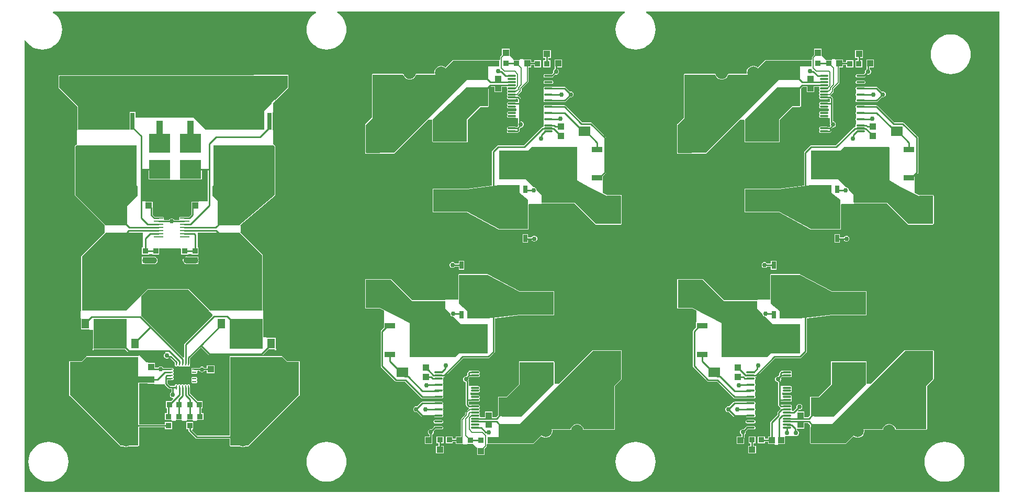
<source format=gtl>
G04*
G04 #@! TF.GenerationSoftware,Altium Limited,Altium Designer,25.4.2 (15)*
G04*
G04 Layer_Physical_Order=1*
G04 Layer_Color=255*
%FSAX44Y44*%
%MOMM*%
G71*
G04*
G04 #@! TF.SameCoordinates,DDFFB4A4-4E3D-46BD-814A-B4F9BFA491BB*
G04*
G04*
G04 #@! TF.FilePolarity,Positive*
G04*
G01*
G75*
%ADD14C,0.2540*%
G04:AMPARAMS|DCode=15|XSize=1.5404mm|YSize=0.2525mm|CornerRadius=0.1262mm|HoleSize=0mm|Usage=FLASHONLY|Rotation=180.000|XOffset=0mm|YOffset=0mm|HoleType=Round|Shape=RoundedRectangle|*
%AMROUNDEDRECTD15*
21,1,1.5404,0.0000,0,0,180.0*
21,1,1.2880,0.2525,0,0,180.0*
1,1,0.2525,-0.6440,0.0000*
1,1,0.2525,0.6440,0.0000*
1,1,0.2525,0.6440,0.0000*
1,1,0.2525,-0.6440,0.0000*
%
%ADD15ROUNDEDRECTD15*%
%ADD16R,1.5404X0.2525*%
%ADD17R,5.4000X1.9500*%
%ADD18R,0.8000X2.8000*%
%ADD19R,8.7000X2.9000*%
%ADD20R,2.7400X4.7500*%
%ADD21O,1.4000X0.3150*%
%ADD22R,5.5000X3.6500*%
%ADD23R,0.6500X1.2000*%
%ADD24R,3.4500X3.1000*%
%ADD25R,2.3000X4.5500*%
%ADD26R,1.9500X5.4000*%
%ADD27R,1.3000X1.6000*%
%ADD28R,7.1500X6.0000*%
%ADD29R,1.0500X1.0000*%
%ADD30R,0.9500X0.9500*%
%ADD31R,0.9500X0.9500*%
%ADD32R,1.0000X1.0500*%
%ADD33R,2.0000X2.0000*%
G04:AMPARAMS|DCode=34|XSize=0.75mm|YSize=0.25mm|CornerRadius=0.0625mm|HoleSize=0mm|Usage=FLASHONLY|Rotation=180.000|XOffset=0mm|YOffset=0mm|HoleType=Round|Shape=RoundedRectangle|*
%AMROUNDEDRECTD34*
21,1,0.7500,0.1250,0,0,180.0*
21,1,0.6250,0.2500,0,0,180.0*
1,1,0.1250,-0.3125,0.0625*
1,1,0.1250,0.3125,0.0625*
1,1,0.1250,0.3125,-0.0625*
1,1,0.1250,-0.3125,-0.0625*
%
%ADD34ROUNDEDRECTD34*%
G04:AMPARAMS|DCode=35|XSize=0.75mm|YSize=0.25mm|CornerRadius=0.0625mm|HoleSize=0mm|Usage=FLASHONLY|Rotation=270.000|XOffset=0mm|YOffset=0mm|HoleType=Round|Shape=RoundedRectangle|*
%AMROUNDEDRECTD35*
21,1,0.7500,0.1250,0,0,270.0*
21,1,0.6250,0.2500,0,0,270.0*
1,1,0.1250,-0.0625,-0.3125*
1,1,0.1250,-0.0625,0.3125*
1,1,0.1250,0.0625,0.3125*
1,1,0.1250,0.0625,-0.3125*
%
%ADD35ROUNDEDRECTD35*%
%ADD36R,1.9062X1.5546*%
%ADD37R,6.8000X5.5000*%
%ADD38R,1.7000X0.9500*%
%ADD39R,9.7000X3.7000*%
%ADD40R,10.1000X1.4000*%
%ADD41R,8.0000X0.8000*%
%ADD68C,0.1600*%
%ADD69C,1.0000*%
%ADD70C,2.0000*%
%ADD71C,0.5000*%
%ADD72C,0.7500*%
G36*
X01588905Y00011095D02*
X00011095D01*
Y00742346D01*
X00012695Y00742797D01*
X00013812Y00740974D01*
X00017111Y00737111D01*
X00020973Y00733812D01*
X00025304Y00731158D01*
X00029997Y00729214D01*
X00034936Y00728029D01*
X00040000Y00727630D01*
X00045064Y00728029D01*
X00050003Y00729214D01*
X00054696Y00731158D01*
X00059026Y00733812D01*
X00062889Y00737111D01*
X00066188Y00740974D01*
X00068842Y00745304D01*
X00070785Y00749997D01*
X00071971Y00754936D01*
X00072370Y00760000D01*
X00071971Y00765064D01*
X00070785Y00770003D01*
X00068842Y00774696D01*
X00066188Y00779026D01*
X00062889Y00782889D01*
X00059026Y00786188D01*
X00057203Y00787305D01*
X00057654Y00788905D01*
X00482346D01*
X00482797Y00787305D01*
X00480974Y00786188D01*
X00477111Y00782889D01*
X00473812Y00779026D01*
X00471158Y00774696D01*
X00469215Y00770003D01*
X00468029Y00765064D01*
X00467630Y00760000D01*
X00468029Y00754936D01*
X00469215Y00749997D01*
X00471158Y00745304D01*
X00473812Y00740974D01*
X00477111Y00737111D01*
X00480974Y00733812D01*
X00485304Y00731158D01*
X00489997Y00729214D01*
X00494936Y00728029D01*
X00500000Y00727630D01*
X00505064Y00728029D01*
X00510003Y00729214D01*
X00514696Y00731158D01*
X00519026Y00733812D01*
X00522889Y00737111D01*
X00526188Y00740974D01*
X00528842Y00745304D01*
X00530785Y00749997D01*
X00531971Y00754936D01*
X00532370Y00760000D01*
X00531971Y00765064D01*
X00530785Y00770003D01*
X00528842Y00774696D01*
X00526188Y00779026D01*
X00522889Y00782889D01*
X00519026Y00786188D01*
X00517203Y00787305D01*
X00517654Y00788905D01*
X00982346D01*
X00982797Y00787305D01*
X00980974Y00786188D01*
X00977111Y00782889D01*
X00973812Y00779026D01*
X00971158Y00774696D01*
X00969214Y00770003D01*
X00968029Y00765064D01*
X00967630Y00760000D01*
X00968029Y00754936D01*
X00969214Y00749997D01*
X00971158Y00745304D01*
X00973812Y00740974D01*
X00977111Y00737111D01*
X00980974Y00733812D01*
X00985304Y00731158D01*
X00989997Y00729214D01*
X00994936Y00728029D01*
X01000000Y00727630D01*
X01005064Y00728029D01*
X01010003Y00729214D01*
X01014696Y00731158D01*
X01019026Y00733812D01*
X01022889Y00737111D01*
X01026188Y00740974D01*
X01028842Y00745304D01*
X01030786Y00749997D01*
X01031971Y00754936D01*
X01032370Y00760000D01*
X01031971Y00765064D01*
X01030786Y00770003D01*
X01028842Y00774696D01*
X01026188Y00779026D01*
X01022889Y00782889D01*
X01019026Y00786188D01*
X01017203Y00787305D01*
X01017654Y00788905D01*
X01588905D01*
Y00011095D01*
D02*
G37*
%LPC*%
G36*
X00796000Y00728750D02*
X00784000D01*
Y00718845D01*
X00781202Y00716048D01*
X00780805Y00715452D01*
X00780665Y00714750D01*
Y00711875D01*
X00779500Y00710832D01*
X00705250D01*
X00705250Y00710833D01*
X00704485Y00710515D01*
X00704485Y00710515D01*
X00692513Y00698543D01*
X00692254Y00698802D01*
X00689746Y00700250D01*
X00686948Y00701000D01*
X00684052D01*
X00681254Y00700250D01*
X00678746Y00698802D01*
X00676698Y00696754D01*
X00675250Y00694246D01*
X00674500Y00691448D01*
Y00688552D01*
X00674140Y00688082D01*
X00645084D01*
X00644823Y00687974D01*
X00644543Y00687937D01*
X00644454Y00687821D01*
X00644319Y00687765D01*
X00644211Y00687504D01*
X00644039Y00687280D01*
X00643742Y00686172D01*
X00642436Y00683910D01*
X00640590Y00682064D01*
X00638328Y00680758D01*
X00635806Y00680082D01*
X00633194D01*
X00630672Y00680758D01*
X00628410Y00682064D01*
X00626564Y00683910D01*
X00625258Y00686172D01*
X00624961Y00687280D01*
X00624789Y00687504D01*
X00624681Y00687765D01*
X00624546Y00687821D01*
X00624457Y00687937D01*
X00624177Y00687974D01*
X00623916Y00688082D01*
X00574500D01*
X00574301Y00688000D01*
X00573500D01*
Y00687199D01*
X00573418Y00687000D01*
Y00617198D01*
X00562969Y00606750D01*
X00562500D01*
Y00605949D01*
X00562418Y00605750D01*
Y00560250D01*
X00562500Y00560051D01*
Y00559250D01*
X00563301D01*
X00563500Y00559168D01*
X00609000D01*
X00609000Y00559168D01*
X00609765Y00559485D01*
X00664294Y00614013D01*
X00664477Y00613977D01*
X00665250Y00613657D01*
X00671168D01*
X00671168Y00613657D01*
Y00578750D01*
X00671485Y00577985D01*
X00671500Y00577978D01*
Y00577500D01*
X00728500D01*
Y00614219D01*
X00748948Y00634668D01*
X00761500D01*
X00761699Y00634750D01*
X00762500D01*
Y00635551D01*
X00762582Y00635750D01*
Y00661386D01*
X00762500Y00661585D01*
Y00661800D01*
X00762500Y00661801D01*
Y00664477D01*
X00765709Y00667685D01*
X00771800D01*
Y00658706D01*
X00783800D01*
Y00667685D01*
X00791348D01*
X00792204Y00666085D01*
X00792150Y00666005D01*
X00791950Y00665000D01*
X00792150Y00663995D01*
X00792719Y00663143D01*
Y00661856D01*
X00792150Y00661005D01*
X00791950Y00660000D01*
X00792150Y00658995D01*
X00792719Y00658143D01*
Y00656856D01*
X00792150Y00656005D01*
X00791950Y00655000D01*
X00792150Y00653995D01*
X00792719Y00653143D01*
Y00651856D01*
X00792150Y00651005D01*
X00791950Y00650000D01*
X00792150Y00648995D01*
X00792719Y00648143D01*
X00793570Y00647574D01*
X00794575Y00647374D01*
X00805425D01*
X00806430Y00647574D01*
X00806596Y00647685D01*
X00809041D01*
X00809795Y00646932D01*
Y00642314D01*
X00806596D01*
X00806430Y00642426D01*
X00805425Y00642625D01*
X00794575D01*
X00793570Y00642426D01*
X00792719Y00641856D01*
X00792150Y00641005D01*
X00791950Y00640000D01*
X00792150Y00638995D01*
X00792719Y00638143D01*
Y00636856D01*
X00792150Y00636005D01*
X00791950Y00635000D01*
X00792150Y00633995D01*
X00792719Y00633143D01*
X00793570Y00632574D01*
X00794575Y00632374D01*
X00805425D01*
X00805807Y00632450D01*
X00807190Y00631585D01*
X00807407Y00631303D01*
Y00628697D01*
X00807190Y00628415D01*
X00805807Y00627549D01*
X00805425Y00627625D01*
X00794575D01*
X00793570Y00627425D01*
X00792719Y00626856D01*
X00792150Y00626005D01*
X00791950Y00625000D01*
X00792150Y00623995D01*
X00792719Y00623143D01*
Y00621856D01*
X00792150Y00621005D01*
X00791950Y00620000D01*
X00792150Y00618995D01*
X00792719Y00618143D01*
X00793570Y00617574D01*
X00794575Y00617374D01*
X00805425D01*
X00806326Y00617554D01*
X00806552Y00617009D01*
X00807325Y00616689D01*
X00809723D01*
X00809795Y00616640D01*
Y00609915D01*
X00809971Y00609029D01*
X00810221Y00608656D01*
X00809635Y00607242D01*
Y00605352D01*
X00810172Y00604056D01*
X00808431Y00602314D01*
X00806596D01*
X00806430Y00602425D01*
X00805425Y00602625D01*
X00794575D01*
X00793570Y00602425D01*
X00792719Y00601856D01*
X00792150Y00601005D01*
X00791950Y00600000D01*
X00792150Y00598995D01*
X00792719Y00598143D01*
Y00596856D01*
X00792150Y00596005D01*
X00791950Y00595000D01*
X00792150Y00593995D01*
X00792719Y00593143D01*
X00793570Y00592574D01*
X00794575Y00592374D01*
X00805425D01*
X00806430Y00592574D01*
X00806596Y00592685D01*
X00808512D01*
X00809398Y00592862D01*
X00810149Y00593363D01*
X00811637Y00594851D01*
X00812138Y00595602D01*
X00812315Y00596488D01*
Y00599652D01*
X00814210Y00601547D01*
X00815330D01*
X00817076Y00602270D01*
X00818412Y00603606D01*
X00819135Y00605352D01*
Y00607242D01*
X00818412Y00608988D01*
X00817076Y00610324D01*
X00815330Y00611047D01*
X00814424D01*
Y00640000D01*
Y00647890D01*
X00814248Y00648776D01*
X00813746Y00649527D01*
X00811637Y00651637D01*
X00810886Y00652138D01*
X00810000Y00652314D01*
X00809963D01*
X00809533Y00653058D01*
X00809373Y00653914D01*
X00814898Y00659439D01*
X00815296Y00660035D01*
X00815435Y00660737D01*
Y00663901D01*
X00826093Y00674558D01*
X00826491Y00675154D01*
X00826630Y00675856D01*
Y00698755D01*
X00830795D01*
Y00702691D01*
X00835675D01*
Y00698755D01*
X00847175D01*
Y00710256D01*
X00835675D01*
Y00707320D01*
X00830795D01*
Y00711255D01*
X00819173D01*
X00819063Y00711523D01*
X00818289Y00711843D01*
X00813250D01*
X00812477Y00711523D01*
X00812157Y00710750D01*
X00802843D01*
Y00710759D01*
X00802523Y00711532D01*
X00802523Y00711532D01*
X00797050Y00717005D01*
X00796277Y00717325D01*
X00796000Y00717511D01*
Y00728750D01*
D02*
G37*
G36*
X01301000Y00728750D02*
X01289000D01*
Y00718845D01*
X01286202Y00716048D01*
X01285804Y00715452D01*
X01285665Y00714750D01*
Y00711875D01*
X01284500Y00710832D01*
X01210250D01*
X01210250Y00710833D01*
X01209485Y00710515D01*
X01209485Y00710515D01*
X01197513Y00698543D01*
X01197254Y00698802D01*
X01194746Y00700250D01*
X01191948Y00701000D01*
X01189052D01*
X01186254Y00700250D01*
X01183746Y00698802D01*
X01181698Y00696754D01*
X01180250Y00694246D01*
X01179500Y00691448D01*
Y00688552D01*
X01179140Y00688082D01*
X01150084D01*
X01149823Y00687974D01*
X01149543Y00687937D01*
X01149454Y00687821D01*
X01149319Y00687765D01*
X01149211Y00687504D01*
X01149039Y00687280D01*
X01148742Y00686172D01*
X01147436Y00683910D01*
X01145590Y00682064D01*
X01143328Y00680758D01*
X01140806Y00680082D01*
X01138194D01*
X01135672Y00680758D01*
X01133410Y00682064D01*
X01131564Y00683911D01*
X01130258Y00686172D01*
X01129961Y00687280D01*
X01129789Y00687504D01*
X01129681Y00687765D01*
X01129546Y00687821D01*
X01129457Y00687937D01*
X01129177Y00687974D01*
X01128916Y00688082D01*
X01079500D01*
X01079301Y00688000D01*
X01078500D01*
Y00687199D01*
X01078418Y00687000D01*
Y00617198D01*
X01067969Y00606750D01*
X01067500D01*
Y00605949D01*
X01067418Y00605750D01*
Y00560250D01*
X01067500Y00560051D01*
Y00559250D01*
X01068301D01*
X01068500Y00559168D01*
X01114000D01*
X01114000Y00559168D01*
X01114765Y00559485D01*
X01169345Y00614064D01*
X01169762Y00613980D01*
X01170533Y00613655D01*
X01175494Y00613624D01*
X01176168Y00613171D01*
Y00578750D01*
X01176485Y00577985D01*
X01176500Y00577978D01*
Y00577500D01*
X01233500D01*
Y00614219D01*
X01253948Y00634668D01*
X01266250D01*
X01266449Y00634750D01*
X01267500D01*
Y00664477D01*
X01270709Y00667685D01*
X01276800D01*
Y00658706D01*
X01288800D01*
Y00667685D01*
X01296348D01*
X01297204Y00666085D01*
X01297150Y00666005D01*
X01296950Y00665000D01*
X01297150Y00663995D01*
X01297719Y00663143D01*
Y00661856D01*
X01297150Y00661005D01*
X01296950Y00660000D01*
X01297150Y00658995D01*
X01297719Y00658143D01*
Y00656856D01*
X01297150Y00656005D01*
X01296950Y00655000D01*
X01297150Y00653995D01*
X01297719Y00653143D01*
Y00651856D01*
X01297150Y00651005D01*
X01296950Y00650000D01*
X01297150Y00648995D01*
X01297719Y00648143D01*
X01298570Y00647574D01*
X01299575Y00647374D01*
X01310425D01*
X01311430Y00647574D01*
X01311596Y00647685D01*
X01314041D01*
X01314795Y00646932D01*
Y00642314D01*
X01311596D01*
X01311430Y00642426D01*
X01310425Y00642625D01*
X01299575D01*
X01298570Y00642426D01*
X01297719Y00641856D01*
X01297150Y00641005D01*
X01296950Y00640000D01*
X01297150Y00638995D01*
X01297719Y00638143D01*
Y00636856D01*
X01297150Y00636005D01*
X01296950Y00635000D01*
X01297150Y00633995D01*
X01297719Y00633143D01*
X01298570Y00632574D01*
X01299575Y00632374D01*
X01310425D01*
X01310807Y00632450D01*
X01312190Y00631585D01*
X01312407Y00631303D01*
Y00628697D01*
X01312190Y00628415D01*
X01310807Y00627549D01*
X01310425Y00627625D01*
X01299575D01*
X01298570Y00627425D01*
X01297719Y00626856D01*
X01297150Y00626005D01*
X01296950Y00625000D01*
X01297150Y00623995D01*
X01297719Y00623143D01*
Y00621856D01*
X01297150Y00621005D01*
X01296950Y00620000D01*
X01297150Y00618995D01*
X01297719Y00618143D01*
X01298570Y00617574D01*
X01299575Y00617374D01*
X01310425D01*
X01311326Y00617554D01*
X01311552Y00617009D01*
X01312325Y00616689D01*
X01314722D01*
X01314795Y00616640D01*
Y00609915D01*
X01314971Y00609029D01*
X01315221Y00608656D01*
X01314635Y00607242D01*
Y00605352D01*
X01315172Y00604056D01*
X01313431Y00602314D01*
X01311596D01*
X01311430Y00602425D01*
X01310425Y00602625D01*
X01299575D01*
X01298570Y00602425D01*
X01297719Y00601856D01*
X01297150Y00601005D01*
X01296950Y00600000D01*
X01297150Y00598995D01*
X01297719Y00598143D01*
Y00596856D01*
X01297150Y00596005D01*
X01296950Y00595000D01*
X01297150Y00593995D01*
X01297719Y00593143D01*
X01298570Y00592574D01*
X01299575Y00592374D01*
X01310425D01*
X01311430Y00592574D01*
X01311596Y00592685D01*
X01313512D01*
X01314398Y00592862D01*
X01315149Y00593363D01*
X01316637Y00594851D01*
X01317138Y00595602D01*
X01317314Y00596488D01*
Y00599652D01*
X01319210Y00601547D01*
X01320330D01*
X01322076Y00602270D01*
X01323412Y00603606D01*
X01324135Y00605352D01*
Y00607242D01*
X01323412Y00608988D01*
X01322076Y00610324D01*
X01320330Y00611047D01*
X01319424D01*
Y00640000D01*
Y00647890D01*
X01319248Y00648776D01*
X01318746Y00649527D01*
X01316637Y00651636D01*
X01315886Y00652138D01*
X01315539Y00653171D01*
X01315504Y00653846D01*
X01319898Y00658240D01*
X01320296Y00658835D01*
X01320435Y00659537D01*
Y00663930D01*
X01329099Y00672593D01*
X01329497Y00673188D01*
X01329636Y00673891D01*
Y00698755D01*
X01335795D01*
Y00702691D01*
X01340675D01*
Y00698755D01*
X01352175D01*
Y00710256D01*
X01340675D01*
Y00707320D01*
X01335795D01*
Y00711255D01*
X01324173D01*
X01324063Y00711523D01*
X01323289Y00711843D01*
X01318250D01*
X01317477Y00711523D01*
X01317157Y00710750D01*
X01307843D01*
Y00710759D01*
X01307523Y00711532D01*
X01307523Y00711532D01*
X01302050Y00717005D01*
X01301277Y00717325D01*
X01301000Y00717510D01*
Y00728750D01*
D02*
G37*
G36*
X00862795Y00726255D02*
X00850295D01*
Y00714256D01*
X00854231D01*
Y00710256D01*
X00850675D01*
Y00698755D01*
X00862175D01*
Y00710256D01*
X00858859D01*
Y00714256D01*
X00862795D01*
Y00726255D01*
D02*
G37*
G36*
X01367795Y00726255D02*
X01355295D01*
Y00714256D01*
X01359231D01*
Y00710256D01*
X01355675D01*
Y00698755D01*
X01367175D01*
Y00710256D01*
X01363860D01*
Y00714256D01*
X01367795D01*
Y00726255D01*
D02*
G37*
G36*
X01510000Y00752370D02*
X01504936Y00751971D01*
X01499997Y00750786D01*
X01495304Y00748842D01*
X01490974Y00746188D01*
X01487111Y00742889D01*
X01483812Y00739026D01*
X01481158Y00734696D01*
X01479214Y00730003D01*
X01478029Y00725064D01*
X01477630Y00720000D01*
X01478029Y00714936D01*
X01479214Y00709997D01*
X01481158Y00705304D01*
X01483812Y00700974D01*
X01487111Y00697111D01*
X01490974Y00693812D01*
X01495304Y00691158D01*
X01499997Y00689214D01*
X01504936Y00688029D01*
X01510000Y00687630D01*
X01515064Y00688029D01*
X01520003Y00689214D01*
X01524696Y00691158D01*
X01529026Y00693812D01*
X01532889Y00697111D01*
X01536188Y00700974D01*
X01538842Y00705304D01*
X01540786Y00709997D01*
X01541971Y00714936D01*
X01542370Y00720000D01*
X01541971Y00725064D01*
X01540786Y00730003D01*
X01538842Y00734696D01*
X01536188Y00739026D01*
X01532889Y00742889D01*
X01529026Y00746188D01*
X01524696Y00748842D01*
X01520003Y00750786D01*
X01515064Y00751971D01*
X01510000Y00752370D01*
D02*
G37*
G36*
X00881000Y00711250D02*
X00869000D01*
Y00701494D01*
X00868956Y00701270D01*
Y00696028D01*
X00868579Y00695872D01*
X00867243Y00694536D01*
X00866520Y00692790D01*
Y00690900D01*
X00866676Y00690524D01*
X00863777Y00687625D01*
X00853575D01*
X00852570Y00687426D01*
X00851719Y00686856D01*
X00851150Y00686005D01*
X00850950Y00685000D01*
X00851150Y00683995D01*
X00851719Y00683143D01*
X00852570Y00682574D01*
X00853575Y00682374D01*
X00864425D01*
X00865430Y00682574D01*
X00866282Y00683143D01*
X00866851Y00683995D01*
X00866890Y00684191D01*
X00869949Y00687251D01*
X00870325Y00687095D01*
X00872215D01*
X00873961Y00687818D01*
X00875297Y00689154D01*
X00876020Y00690900D01*
Y00692790D01*
X00875297Y00694536D01*
X00873961Y00695872D01*
X00873585Y00696028D01*
Y00698750D01*
X00881000D01*
Y00711250D01*
D02*
G37*
G36*
X01386000Y00711250D02*
X01374000D01*
Y00701494D01*
X01373956Y00701270D01*
Y00696028D01*
X01373579Y00695872D01*
X01372243Y00694536D01*
X01371520Y00692790D01*
Y00690900D01*
X01371676Y00690524D01*
X01368777Y00687625D01*
X01358575D01*
X01357570Y00687426D01*
X01356719Y00686856D01*
X01356149Y00686005D01*
X01355950Y00685000D01*
X01356149Y00683995D01*
X01356719Y00683143D01*
X01357570Y00682574D01*
X01358575Y00682374D01*
X01369425D01*
X01370430Y00682574D01*
X01371281Y00683143D01*
X01371851Y00683995D01*
X01371890Y00684191D01*
X01374949Y00687251D01*
X01375325Y00687095D01*
X01377215D01*
X01378961Y00687818D01*
X01380297Y00689154D01*
X01381020Y00690900D01*
Y00692790D01*
X01380297Y00694536D01*
X01378961Y00695872D01*
X01378584Y00696028D01*
Y00698750D01*
X01386000D01*
Y00711250D01*
D02*
G37*
G36*
X00438000Y00686500D02*
X00382000D01*
Y00685832D01*
X00375390D01*
Y00686030D01*
X00319390D01*
Y00685832D01*
X00312208D01*
Y00686030D01*
X00256208D01*
Y00685832D01*
X00249025D01*
Y00686030D01*
X00193025D01*
Y00685832D01*
X00185842D01*
Y00686030D01*
X00129843D01*
Y00685832D01*
X00122660D01*
Y00686030D01*
X00066660D01*
Y00664530D01*
X00067189D01*
X00097118Y00634601D01*
Y00605495D01*
Y00597549D01*
X00096427Y00597263D01*
X00096107Y00596490D01*
Y00575177D01*
X00096107Y00575077D01*
X00096107Y00575077D01*
X00095756Y00573784D01*
X00095250Y00573391D01*
X00094935Y00573260D01*
Y00573260D01*
X00092935Y00571260D01*
X00092618Y00570495D01*
Y00506495D01*
Y00492050D01*
X00092618Y00492050D01*
X00092935Y00491284D01*
X00092935Y00491284D01*
X00139846Y00444374D01*
X00140977Y00443242D01*
X00140657Y00442469D01*
Y00431913D01*
X00140942Y00431223D01*
X00103485Y00393765D01*
X00103168Y00393000D01*
Y00305059D01*
X00102477Y00304773D01*
X00102157Y00304000D01*
Y00293250D01*
X00102477Y00292477D01*
X00102500Y00292467D01*
Y00274500D01*
X00116353Y00274500D01*
X00116407Y00274500D01*
X00116727Y00273727D01*
X00117500Y00273407D01*
X00122361D01*
X00122418Y00273369D01*
Y00259500D01*
Y00243559D01*
X00121727Y00243273D01*
X00121727Y00243273D01*
X00121504Y00242736D01*
X00121407Y00242500D01*
X00121407Y00242500D01*
Y00242031D01*
X00121407Y00242031D01*
X00121504Y00241795D01*
X00121727Y00241258D01*
X00121727Y00241258D01*
X00122500Y00240937D01*
X00123273Y00241258D01*
X00123593Y00242031D01*
Y00242418D01*
X00174309D01*
X00178344Y00238383D01*
X00179094Y00237882D01*
X00179980Y00237705D01*
X00239282D01*
X00239600Y00236105D01*
X00238795Y00235772D01*
X00237459Y00234436D01*
X00236736Y00232690D01*
Y00230800D01*
X00237459Y00229055D01*
X00238795Y00227718D01*
X00240541Y00226995D01*
X00242431D01*
X00244177Y00227718D01*
X00244844Y00228386D01*
X00246711D01*
X00254515Y00220581D01*
Y00219080D01*
X00254548Y00218916D01*
Y00215955D01*
X00254674Y00215321D01*
X00255033Y00214783D01*
X00255571Y00214424D01*
X00256205Y00214298D01*
X00257455D01*
X00258089Y00214424D01*
X00258370Y00214612D01*
X00258685Y00214783D01*
X00259975D01*
X00260290Y00214612D01*
X00260571Y00214424D01*
X00261205Y00214298D01*
X00262455D01*
X00263089Y00214424D01*
X00263370Y00214612D01*
X00263685Y00214783D01*
X00264975D01*
X00265290Y00214612D01*
X00265571Y00214424D01*
X00266205Y00214298D01*
X00267455D01*
X00268089Y00214424D01*
X00268370Y00214612D01*
X00268685Y00214783D01*
X00269975D01*
X00270290Y00214612D01*
X00270571Y00214424D01*
X00271205Y00214298D01*
X00272455D01*
X00273089Y00214424D01*
X00273370Y00214612D01*
X00273685Y00214783D01*
X00274975D01*
X00275290Y00214612D01*
X00275571Y00214424D01*
X00276205Y00214298D01*
X00277455D01*
X00278089Y00214424D01*
X00278626Y00214783D01*
X00278986Y00215321D01*
X00279112Y00215955D01*
Y00218916D01*
X00279144Y00219080D01*
Y00227871D01*
X00296500Y00245227D01*
X00308363Y00233363D01*
X00309114Y00232862D01*
X00310000Y00232686D01*
X00395000D01*
X00395886Y00232862D01*
X00396637Y00233363D01*
X00405773Y00242500D01*
X00416353D01*
X00416407Y00242500D01*
X00416407Y00242446D01*
Y00241582D01*
X00416727Y00240809D01*
X00417500Y00240489D01*
X00418273Y00240809D01*
X00418593Y00241582D01*
Y00242500D01*
X00418273Y00243273D01*
X00417500Y00243593D01*
X00417500Y00243647D01*
X00417500Y00260500D01*
X00403647Y00260500D01*
X00403593Y00260500D01*
X00403273Y00261273D01*
X00402500Y00261593D01*
X00397647D01*
X00397582Y00261636D01*
Y00275500D01*
Y00291500D01*
X00397500Y00291699D01*
Y00292467D01*
X00397523Y00292477D01*
X00397843Y00293250D01*
Y00304000D01*
X00397523Y00304773D01*
X00396765Y00305087D01*
X00396832Y00305250D01*
Y00394500D01*
X00396515Y00395265D01*
X00396515Y00395265D01*
X00360452Y00431329D01*
X00360523Y00431688D01*
X00360844Y00432461D01*
Y00441961D01*
X00360523Y00442734D01*
X00360473Y00443050D01*
X00416734Y00491228D01*
X00416754Y00491268D01*
X00416796Y00491284D01*
X00416939Y00491632D01*
X00417109Y00491966D01*
X00417095Y00492009D01*
X00417113Y00492050D01*
Y00570495D01*
X00417113Y00570495D01*
X00416796Y00571260D01*
X00416795Y00571260D01*
X00414795Y00573260D01*
X00414480Y00573391D01*
X00413646Y00574995D01*
X00413623Y00575077D01*
X00413623Y00575078D01*
X00413623Y00575177D01*
Y00596490D01*
X00413303Y00597263D01*
X00412530Y00597583D01*
X00412530Y00597637D01*
Y00625397D01*
X00413303Y00625717D01*
X00413623Y00626490D01*
Y00641077D01*
X00416773Y00644227D01*
X00416999Y00644773D01*
X00417187D01*
X00417340Y00644925D01*
X00417538Y00645008D01*
X00437531Y00665000D01*
X00438000D01*
Y00665801D01*
X00438082Y00666000D01*
Y00684750D01*
X00438000Y00684949D01*
Y00686500D01*
D02*
G37*
G36*
X00864425Y00677625D02*
X00853575D01*
X00852570Y00677426D01*
X00851719Y00676856D01*
X00851150Y00676005D01*
X00850950Y00675000D01*
X00851150Y00673995D01*
X00851719Y00673143D01*
X00852570Y00672574D01*
X00853575Y00672374D01*
X00864425D01*
X00865430Y00672574D01*
X00866282Y00673143D01*
X00866851Y00673995D01*
X00867050Y00675000D01*
X00866851Y00676005D01*
X00866282Y00676856D01*
X00865430Y00677426D01*
X00864425Y00677625D01*
D02*
G37*
G36*
X01369425Y00677625D02*
X01358575D01*
X01357570Y00677426D01*
X01356719Y00676856D01*
X01356149Y00676005D01*
X01355950Y00675000D01*
X01356149Y00673995D01*
X01356719Y00673143D01*
X01357570Y00672574D01*
X01358575Y00672374D01*
X01369425D01*
X01370430Y00672574D01*
X01371281Y00673143D01*
X01371851Y00673995D01*
X01372050Y00675000D01*
X01371851Y00676005D01*
X01371281Y00676856D01*
X01370430Y00677426D01*
X01369425Y00677625D01*
D02*
G37*
G36*
X00864425Y00667625D02*
X00853575D01*
X00852570Y00667426D01*
X00851719Y00666856D01*
X00851150Y00666005D01*
X00850950Y00665000D01*
X00851150Y00663995D01*
X00851715Y00663149D01*
X00851477Y00662574D01*
Y00657426D01*
X00851715Y00656851D01*
X00851150Y00656005D01*
X00850950Y00655000D01*
X00851150Y00653995D01*
X00851715Y00653149D01*
X00851477Y00652574D01*
Y00647426D01*
X00851715Y00646851D01*
X00851150Y00646005D01*
X00850950Y00645000D01*
X00851150Y00643995D01*
X00851719Y00643143D01*
X00852570Y00642574D01*
X00853575Y00642374D01*
X00864425D01*
X00865430Y00642574D01*
X00865596Y00642685D01*
X00885000D01*
X00885886Y00642862D01*
X00886637Y00643363D01*
X00893679Y00650406D01*
X00894055Y00650250D01*
X00895945D01*
X00897691Y00650973D01*
X00899027Y00652309D01*
X00899750Y00654055D01*
Y00655945D01*
X00899027Y00657691D01*
X00897691Y00659027D01*
X00895945Y00659750D01*
X00894055D01*
X00893679Y00659594D01*
X00886637Y00666637D01*
X00885886Y00667138D01*
X00885000Y00667314D01*
X00865596D01*
X00865430Y00667426D01*
X00864425Y00667625D01*
D02*
G37*
G36*
X01369425Y00667625D02*
X01358575D01*
X01357570Y00667426D01*
X01356719Y00666856D01*
X01356149Y00666005D01*
X01355950Y00665000D01*
X01356149Y00663995D01*
X01356715Y00663149D01*
X01356477Y00662574D01*
Y00657426D01*
X01356715Y00656851D01*
X01356149Y00656005D01*
X01355950Y00655000D01*
X01356149Y00653995D01*
X01356715Y00653149D01*
X01356477Y00652574D01*
Y00647426D01*
X01356715Y00646851D01*
X01356149Y00646005D01*
X01355950Y00645000D01*
X01356149Y00643995D01*
X01356719Y00643143D01*
X01357570Y00642574D01*
X01358575Y00642374D01*
X01369425D01*
X01370430Y00642574D01*
X01370596Y00642685D01*
X01390000D01*
X01390886Y00642862D01*
X01391637Y00643363D01*
X01398679Y00650406D01*
X01399055Y00650250D01*
X01400945D01*
X01402691Y00650973D01*
X01404027Y00652309D01*
X01404750Y00654055D01*
Y00655945D01*
X01404027Y00657691D01*
X01402691Y00659027D01*
X01400945Y00659750D01*
X01399055D01*
X01398679Y00659594D01*
X01391637Y00666636D01*
X01390886Y00667138D01*
X01390000Y00667314D01*
X01370596D01*
X01370430Y00667426D01*
X01369425Y00667625D01*
D02*
G37*
G36*
Y00637625D02*
X01358575D01*
X01357570Y00637425D01*
X01356719Y00636856D01*
X01356149Y00636005D01*
X01355950Y00635000D01*
X01356149Y00633995D01*
X01356715Y00633149D01*
X01356477Y00632574D01*
Y00627425D01*
X01356715Y00626851D01*
X01356149Y00626005D01*
X01355950Y00625000D01*
X01356149Y00623995D01*
X01356715Y00623149D01*
X01356477Y00622574D01*
Y00617425D01*
X01356715Y00616851D01*
X01356149Y00616005D01*
X01355950Y00615000D01*
X01356149Y00613995D01*
X01356715Y00613149D01*
X01356477Y00612574D01*
Y00607425D01*
X01356715Y00606851D01*
X01356149Y00606005D01*
X01355950Y00605000D01*
X01356149Y00603995D01*
X01356281Y00603798D01*
X01355473Y00602198D01*
X01354883D01*
X01353998Y00602021D01*
X01353247Y00601520D01*
X01324041Y00572314D01*
X01284005D01*
X01283119Y00572138D01*
X01282368Y00571637D01*
X01273363Y00562631D01*
X01272862Y00561880D01*
X01272685Y00560995D01*
Y00507467D01*
X01232434Y00502582D01*
X01177500D01*
X01177301Y00502500D01*
X01176500D01*
Y00501699D01*
X01176418Y00501500D01*
Y00465000D01*
X01176500Y00464801D01*
Y00464000D01*
X01177301D01*
X01177500Y00463918D01*
X01232227D01*
X01283487Y00436347D01*
X01283753Y00436320D01*
X01284000Y00436217D01*
X01331000D01*
X01331765Y00436535D01*
X01332083Y00437300D01*
Y00476905D01*
X01332832Y00477407D01*
X01352000D01*
X01352773Y00477727D01*
X01353094Y00478500D01*
X01406383D01*
X01440385Y00444498D01*
X01441151Y00444181D01*
X01481490D01*
X01481657Y00444250D01*
X01482500D01*
Y00445084D01*
X01482575Y00445266D01*
Y00490723D01*
X01482500Y00490904D01*
Y00491750D01*
X01481626D01*
X01481493Y00491805D01*
X01458570D01*
X01458570Y00491805D01*
X01458465Y00491762D01*
X01451629Y00495232D01*
X01451843Y00495750D01*
X01451843Y00512650D01*
X01452000Y00514250D01*
X01452000Y00514250D01*
X01452000Y00514250D01*
Y00522477D01*
X01456637Y00527113D01*
X01457138Y00527864D01*
X01457314Y00528750D01*
Y00585000D01*
X01457138Y00585886D01*
X01456637Y00586636D01*
X01434137Y00609136D01*
X01433386Y00609638D01*
X01432500Y00609814D01*
X01418459D01*
X01391637Y00636636D01*
X01390886Y00637138D01*
X01390000Y00637314D01*
X01370596D01*
X01370430Y00637425D01*
X01369425Y00637625D01*
D02*
G37*
G36*
X00864425Y00637625D02*
X00853575D01*
X00852570Y00637425D01*
X00851719Y00636856D01*
X00851150Y00636005D01*
X00850950Y00635000D01*
X00851150Y00633995D01*
X00851715Y00633149D01*
X00851477Y00632574D01*
Y00627425D01*
X00851715Y00626851D01*
X00851150Y00626005D01*
X00850950Y00625000D01*
X00851150Y00623995D01*
X00851715Y00623149D01*
X00851477Y00622574D01*
Y00617425D01*
X00851715Y00616851D01*
X00851150Y00616005D01*
X00850950Y00615000D01*
X00851150Y00613995D01*
X00851715Y00613149D01*
X00851477Y00612574D01*
Y00607425D01*
X00851715Y00606851D01*
X00851150Y00606005D01*
X00850950Y00605000D01*
X00851150Y00603995D01*
X00851282Y00603798D01*
X00850473Y00602198D01*
X00849883D01*
X00848998Y00602021D01*
X00848247Y00601520D01*
X00819041Y00572314D01*
X00777701D01*
X00776815Y00572138D01*
X00776064Y00571637D01*
X00768363Y00563935D01*
X00767862Y00563185D01*
X00767685Y00562299D01*
Y00507467D01*
X00727434Y00502582D01*
X00672500D01*
X00672301Y00502500D01*
X00671500D01*
Y00501699D01*
X00671418Y00501500D01*
Y00465000D01*
X00671500Y00464801D01*
Y00464000D01*
X00672301D01*
X00672500Y00463918D01*
X00727227D01*
X00778487Y00436347D01*
X00778753Y00436320D01*
X00779000Y00436217D01*
X00826000D01*
X00826765Y00436535D01*
X00827082Y00437300D01*
Y00476905D01*
X00827832Y00477407D01*
X00847000D01*
X00847773Y00477727D01*
X00848093Y00478500D01*
X00901383D01*
X00935385Y00444498D01*
X00936151Y00444181D01*
X00976490D01*
X00976657Y00444250D01*
X00977500D01*
Y00445084D01*
X00977575Y00445266D01*
Y00490723D01*
X00977500Y00490904D01*
Y00491750D01*
X00976626D01*
X00976493Y00491805D01*
X00953570D01*
X00953570Y00491805D01*
X00953465Y00491762D01*
X00946629Y00495232D01*
X00946843Y00495750D01*
X00946843Y00512650D01*
X00947000Y00514250D01*
X00947000Y00514250D01*
X00947000Y00514250D01*
Y00522477D01*
X00951637Y00527113D01*
X00952138Y00527864D01*
X00952315Y00528750D01*
Y00585000D01*
X00952138Y00585886D01*
X00951637Y00586637D01*
X00929137Y00609137D01*
X00928386Y00609638D01*
X00927500Y00609814D01*
X00913459D01*
X00886637Y00636637D01*
X00885886Y00637138D01*
X00885000Y00637314D01*
X00865596D01*
X00865430Y00637425D01*
X00864425Y00637625D01*
D02*
G37*
G36*
X00825800Y00428750D02*
X00817300D01*
Y00414750D01*
X00825800D01*
Y00418936D01*
X00832067D01*
X00832223Y00418559D01*
X00833559Y00417223D01*
X00835305Y00416500D01*
X00837195D01*
X00838941Y00417223D01*
X00840277Y00418559D01*
X00841000Y00420305D01*
Y00422195D01*
X00840277Y00423941D01*
X00838941Y00425277D01*
X00837195Y00426000D01*
X00835305D01*
X00833559Y00425277D01*
X00832223Y00423941D01*
X00832067Y00423564D01*
X00825800D01*
Y00428750D01*
D02*
G37*
G36*
X01330800Y00428750D02*
X01322300D01*
Y00414750D01*
X01330800D01*
Y00418936D01*
X01337067D01*
X01337223Y00418559D01*
X01338559Y00417223D01*
X01340305Y00416500D01*
X01342195D01*
X01343941Y00417223D01*
X01345277Y00418559D01*
X01346000Y00420305D01*
Y00422195D01*
X01345277Y00423941D01*
X01343941Y00425277D01*
X01342195Y00426000D01*
X01340305D01*
X01338559Y00425277D01*
X01337223Y00423941D01*
X01337067Y00423564D01*
X01330800D01*
Y00428750D01*
D02*
G37*
G36*
X01227700Y00385250D02*
X01219200D01*
Y00381064D01*
X01212933D01*
X01212777Y00381441D01*
X01211441Y00382777D01*
X01209695Y00383500D01*
X01207805D01*
X01206059Y00382777D01*
X01204723Y00381441D01*
X01204000Y00379695D01*
Y00377805D01*
X01204723Y00376059D01*
X01206059Y00374723D01*
X01207805Y00374000D01*
X01209695D01*
X01211441Y00374723D01*
X01212777Y00376059D01*
X01212933Y00376435D01*
X01219200D01*
Y00371250D01*
X01227700D01*
Y00385250D01*
D02*
G37*
G36*
X00722700D02*
X00714200D01*
Y00381064D01*
X00707933D01*
X00707777Y00381441D01*
X00706441Y00382777D01*
X00704695Y00383500D01*
X00702805D01*
X00701059Y00382777D01*
X00699723Y00381441D01*
X00699000Y00379695D01*
Y00377805D01*
X00699723Y00376059D01*
X00701059Y00374723D01*
X00702805Y00374000D01*
X00704695D01*
X00706441Y00374723D01*
X00707777Y00376059D01*
X00707933Y00376435D01*
X00714200D01*
Y00371250D01*
X00722700D01*
Y00385250D01*
D02*
G37*
G36*
X00761000Y00363782D02*
X00714000D01*
X00713235Y00363465D01*
X00712917Y00362700D01*
Y00323094D01*
X00712168Y00322593D01*
X00693000D01*
X00692227Y00322273D01*
X00691907Y00321500D01*
X00638617D01*
X00604615Y00355502D01*
X00603849Y00355819D01*
X00563510D01*
X00563343Y00355750D01*
X00562500D01*
Y00354916D01*
X00562425Y00354734D01*
Y00309277D01*
X00562500Y00309096D01*
Y00308250D01*
X00563374D01*
X00563507Y00308195D01*
X00586430D01*
X00586430Y00308195D01*
X00586535Y00308238D01*
X00593371Y00304767D01*
X00593157Y00304250D01*
X00593157Y00287350D01*
X00593000Y00285750D01*
X00593000Y00285750D01*
X00593000Y00285750D01*
Y00277523D01*
X00588363Y00272887D01*
X00587862Y00272136D01*
X00587686Y00271250D01*
Y00215000D01*
X00587862Y00214114D01*
X00588363Y00213363D01*
X00610863Y00190863D01*
X00611614Y00190362D01*
X00612500Y00190186D01*
X00626541D01*
X00653363Y00163363D01*
X00654114Y00162862D01*
X00655000Y00162686D01*
X00674404D01*
X00674570Y00162574D01*
X00675575Y00162375D01*
X00686425D01*
X00687430Y00162574D01*
X00688281Y00163144D01*
X00688850Y00163995D01*
X00689050Y00165000D01*
X00688850Y00166005D01*
X00688285Y00166851D01*
X00688523Y00167426D01*
Y00172574D01*
X00688285Y00173149D01*
X00688850Y00173995D01*
X00689050Y00175000D01*
X00688850Y00176005D01*
X00688285Y00176851D01*
X00688523Y00177426D01*
Y00182574D01*
X00688285Y00183149D01*
X00688850Y00183995D01*
X00689050Y00185000D01*
X00688850Y00186005D01*
X00688285Y00186851D01*
X00688523Y00187426D01*
Y00192574D01*
X00688285Y00193149D01*
X00688850Y00193995D01*
X00689050Y00195000D01*
X00688850Y00196005D01*
X00688718Y00196202D01*
X00689527Y00197802D01*
X00690117D01*
X00691002Y00197978D01*
X00691753Y00198480D01*
X00720959Y00227686D01*
X00761583D01*
X00762469Y00227862D01*
X00763220Y00228363D01*
X00771637Y00236780D01*
X00772138Y00237531D01*
X00772315Y00238417D01*
Y00292533D01*
X00812566Y00297418D01*
X00867500D01*
X00867699Y00297500D01*
X00868500D01*
Y00298301D01*
X00868582Y00298500D01*
Y00335000D01*
X00868500Y00335199D01*
Y00336000D01*
X00867699D01*
X00867500Y00336082D01*
X00812773D01*
X00761513Y00363653D01*
X00761247Y00363680D01*
X00761000Y00363782D01*
D02*
G37*
G36*
X01266000D02*
X01219000D01*
X01218235Y00363465D01*
X01217918Y00362700D01*
Y00323094D01*
X01217168Y00322593D01*
X01198000D01*
X01197227Y00322273D01*
X01196907Y00321500D01*
X01143617D01*
X01109615Y00355502D01*
X01108849Y00355819D01*
X01068510D01*
X01068343Y00355750D01*
X01067500D01*
Y00354916D01*
X01067425Y00354734D01*
Y00309277D01*
X01067500Y00309096D01*
Y00308250D01*
X01068374D01*
X01068507Y00308195D01*
X01091430D01*
X01091430Y00308195D01*
X01091535Y00308238D01*
X01098371Y00304767D01*
X01098157Y00304250D01*
X01098157Y00287350D01*
X01098000Y00285750D01*
X01098000Y00285750D01*
X01098000Y00285750D01*
Y00277523D01*
X01093363Y00272887D01*
X01092862Y00272136D01*
X01092685Y00271250D01*
Y00215000D01*
X01092862Y00214114D01*
X01093363Y00213363D01*
X01115863Y00190863D01*
X01116614Y00190362D01*
X01117500Y00190186D01*
X01131541D01*
X01158363Y00163363D01*
X01159114Y00162862D01*
X01160000Y00162686D01*
X01179404D01*
X01179570Y00162574D01*
X01180575Y00162375D01*
X01191425D01*
X01192430Y00162574D01*
X01193281Y00163144D01*
X01193850Y00163995D01*
X01194050Y00165000D01*
X01193850Y00166005D01*
X01193285Y00166851D01*
X01193523Y00167426D01*
Y00172574D01*
X01193285Y00173149D01*
X01193850Y00173995D01*
X01194050Y00175000D01*
X01193850Y00176005D01*
X01193285Y00176851D01*
X01193523Y00177426D01*
Y00182574D01*
X01193285Y00183149D01*
X01193850Y00183995D01*
X01194050Y00185000D01*
X01193850Y00186005D01*
X01193285Y00186851D01*
X01193523Y00187426D01*
Y00192574D01*
X01193285Y00193149D01*
X01193850Y00193995D01*
X01194050Y00195000D01*
X01193850Y00196005D01*
X01193718Y00196202D01*
X01194527Y00197802D01*
X01195117D01*
X01196002Y00197978D01*
X01196753Y00198480D01*
X01225959Y00227686D01*
X01265865D01*
X01266750Y00227862D01*
X01267501Y00228363D01*
X01276637Y00237499D01*
X01277138Y00238250D01*
X01277315Y00239135D01*
Y00292533D01*
X01317566Y00297418D01*
X01372500D01*
X01372699Y00297500D01*
X01373500D01*
Y00298301D01*
X01373582Y00298500D01*
Y00335000D01*
X01373500Y00335199D01*
Y00336000D01*
X01372699D01*
X01372500Y00336082D01*
X01317773D01*
X01266513Y00363653D01*
X01266247Y00363680D01*
X01266000Y00363782D01*
D02*
G37*
G36*
X00318463Y00216003D02*
X00306464D01*
Y00212145D01*
X00302356D01*
X00302333Y00212200D01*
X00300997Y00213536D01*
X00299251Y00214260D01*
X00297362D01*
X00295616Y00213536D01*
X00294279Y00212200D01*
X00294256Y00212145D01*
X00286080D01*
X00285916Y00212112D01*
X00282955D01*
X00282321Y00211986D01*
X00281784Y00211627D01*
X00281424Y00211089D01*
X00281298Y00210455D01*
Y00209205D01*
X00281424Y00208571D01*
X00281576Y00208345D01*
X00281783Y00207966D01*
Y00206694D01*
X00281576Y00206315D01*
X00281424Y00206089D01*
X00281298Y00205455D01*
Y00204205D01*
X00281424Y00203571D01*
X00281784Y00203034D01*
X00282321Y00202674D01*
X00282955Y00202548D01*
X00289205D01*
X00289839Y00202674D01*
X00290377Y00203034D01*
X00290736Y00203571D01*
X00290862Y00204205D01*
Y00205455D01*
X00290770Y00205916D01*
X00290849Y00206256D01*
X00291707Y00207516D01*
X00293991D01*
X00294279Y00206819D01*
X00295616Y00205483D01*
X00297362Y00204760D01*
X00299251D01*
X00300997Y00205483D01*
X00302333Y00206819D01*
X00302622Y00207516D01*
X00306464D01*
Y00203503D01*
X00318463D01*
Y00216003D01*
D02*
G37*
G36*
X00289205Y00197112D02*
X00282955D01*
X00282321Y00196986D01*
X00281784Y00196627D01*
X00281424Y00196089D01*
X00281298Y00195455D01*
Y00194205D01*
X00281424Y00193571D01*
X00281576Y00193345D01*
X00281783Y00192966D01*
Y00191694D01*
X00281576Y00191315D01*
X00281424Y00191089D01*
X00281298Y00190455D01*
Y00189205D01*
X00281424Y00188571D01*
X00281784Y00188034D01*
X00282321Y00187674D01*
X00282955Y00187548D01*
X00289205D01*
X00289839Y00187674D01*
X00290377Y00188034D01*
X00290736Y00188571D01*
X00290862Y00189205D01*
Y00190455D01*
X00290736Y00191089D01*
X00290585Y00191315D01*
X00290377Y00191694D01*
Y00192966D01*
X00290585Y00193345D01*
X00290736Y00193571D01*
X00290862Y00194205D01*
Y00195455D01*
X00290736Y00196089D01*
X00290377Y00196627D01*
X00289839Y00196986D01*
X00289205Y00197112D01*
D02*
G37*
G36*
X01436000Y00240832D02*
X01435235Y00240515D01*
X01380706Y00185987D01*
X01380523Y00186023D01*
X01379750Y00186343D01*
X01373833D01*
X01373832Y00186343D01*
Y00221250D01*
X01373515Y00222015D01*
X01373500Y00222022D01*
Y00222500D01*
X01316500D01*
Y00185781D01*
X01296052Y00165332D01*
X01283750D01*
X01283551Y00165250D01*
X01282500D01*
Y00135523D01*
X01279291Y00132315D01*
X01273200D01*
Y00141294D01*
X01263080D01*
X01262417Y00142894D01*
X01263929Y00144406D01*
X01264305Y00144250D01*
X01266195D01*
X01267941Y00144973D01*
X01269277Y00146309D01*
X01270000Y00148055D01*
Y00149945D01*
X01269277Y00151691D01*
X01267941Y00153027D01*
X01266195Y00153750D01*
X01264305D01*
X01262559Y00153027D01*
X01261223Y00151691D01*
X01260500Y00149945D01*
Y00148055D01*
X01260656Y00147679D01*
X01255291Y00142315D01*
X01253652D01*
X01252797Y00143914D01*
X01252850Y00143995D01*
X01253050Y00145000D01*
X01252850Y00146005D01*
X01252281Y00146856D01*
Y00148144D01*
X01252850Y00148995D01*
X01253050Y00150000D01*
X01252850Y00151005D01*
X01252281Y00151856D01*
X01251430Y00152426D01*
X01250425Y00152626D01*
X01239575D01*
X01238570Y00152426D01*
X01238404Y00152315D01*
X01235959D01*
X01235205Y00153068D01*
Y00157685D01*
X01238404D01*
X01238570Y00157574D01*
X01239575Y00157375D01*
X01250425D01*
X01251430Y00157574D01*
X01252281Y00158144D01*
X01252850Y00158995D01*
X01253050Y00160000D01*
X01252850Y00161005D01*
X01252281Y00161856D01*
Y00163144D01*
X01252850Y00163995D01*
X01253050Y00165000D01*
X01252850Y00166005D01*
X01252281Y00166856D01*
X01251430Y00167426D01*
X01250425Y00167625D01*
X01239575D01*
X01239193Y00167550D01*
X01237810Y00168415D01*
X01237593Y00168697D01*
Y00171303D01*
X01237810Y00171585D01*
X01239193Y00172451D01*
X01239575Y00172375D01*
X01250425D01*
X01251430Y00172574D01*
X01252281Y00173144D01*
X01252850Y00173995D01*
X01253050Y00175000D01*
X01252850Y00176005D01*
X01252281Y00176856D01*
Y00178144D01*
X01252850Y00178995D01*
X01253050Y00180000D01*
X01252850Y00181005D01*
X01252281Y00181856D01*
X01251430Y00182426D01*
X01250425Y00182625D01*
X01239575D01*
X01238674Y00182446D01*
X01238448Y00182991D01*
X01237675Y00183311D01*
X01235277D01*
X01235205Y00183360D01*
Y00190085D01*
X01235029Y00190971D01*
X01234779Y00191344D01*
X01235365Y00192758D01*
Y00194648D01*
X01234828Y00195944D01*
X01236569Y00197686D01*
X01238404D01*
X01238570Y00197574D01*
X01239575Y00197375D01*
X01250425D01*
X01251430Y00197574D01*
X01252281Y00198144D01*
X01252850Y00198995D01*
X01253050Y00200000D01*
X01252850Y00201005D01*
X01252281Y00201856D01*
Y00203144D01*
X01252850Y00203995D01*
X01253050Y00205000D01*
X01252850Y00206005D01*
X01252281Y00206856D01*
X01251430Y00207426D01*
X01250425Y00207625D01*
X01239575D01*
X01238570Y00207426D01*
X01238404Y00207314D01*
X01236488D01*
X01235602Y00207138D01*
X01234851Y00206637D01*
X01233363Y00205149D01*
X01232862Y00204398D01*
X01232685Y00203512D01*
Y00200348D01*
X01230790Y00198453D01*
X01229670D01*
X01227924Y00197730D01*
X01226588Y00196394D01*
X01225865Y00194648D01*
Y00192758D01*
X01226588Y00191012D01*
X01227924Y00189676D01*
X01229670Y00188953D01*
X01230576D01*
Y00160000D01*
Y00152110D01*
X01230752Y00151224D01*
X01231254Y00150473D01*
X01233363Y00148363D01*
X01234114Y00147862D01*
X01234122Y00147860D01*
X01234348Y00147514D01*
X01234609Y00146132D01*
X01230233Y00141756D01*
X01229732Y00141006D01*
X01229556Y00140120D01*
Y00136103D01*
X01218568Y00125116D01*
X01218067Y00124365D01*
X01217890Y00123479D01*
Y00101244D01*
X01214205D01*
Y00097309D01*
X01209325D01*
Y00101244D01*
X01197825D01*
Y00089744D01*
X01209325D01*
Y00092680D01*
X01214205D01*
Y00088744D01*
X01225111D01*
X01225432Y00087971D01*
X01226205Y00087651D01*
X01229744D01*
X01230518Y00087971D01*
X01230838Y00088744D01*
X01231009Y00089000D01*
X01242000D01*
Y00100224D01*
X01242000Y00101016D01*
X01242968Y00101897D01*
Y00101897D01*
X01242968Y00101897D01*
X01244491Y00102000D01*
X01245695D01*
X01246507Y00102337D01*
X01246667Y00101950D01*
X01247441Y00101630D01*
X01256456D01*
X01257059Y00101380D01*
X01257832Y00101700D01*
X01258805Y00101750D01*
X01260695D01*
X01262441Y00102473D01*
X01263777Y00103809D01*
X01264500Y00105555D01*
Y00107445D01*
X01263777Y00109191D01*
X01262441Y00110527D01*
X01261115Y00111076D01*
Y00112229D01*
X01261182Y00113464D01*
X01262678Y00113794D01*
X01273200D01*
Y00122685D01*
X01279291D01*
X01282500Y00119477D01*
Y00116585D01*
X01282418Y00116386D01*
Y00099750D01*
Y00090250D01*
X01282500Y00090051D01*
Y00089750D01*
X01282625D01*
X01282735Y00089485D01*
X01283500Y00089167D01*
X01339750D01*
X01339750Y00089167D01*
X01340515Y00089485D01*
X01340515Y00089485D01*
X01352487Y00101456D01*
X01352746Y00101198D01*
X01355254Y00099750D01*
X01358052Y00099000D01*
X01360948D01*
X01363746Y00099750D01*
X01366254Y00101198D01*
X01368302Y00103246D01*
X01369750Y00105754D01*
X01370500Y00108552D01*
Y00111448D01*
X01370860Y00111917D01*
X01399916D01*
X01400177Y00112026D01*
X01400457Y00112063D01*
X01400546Y00112179D01*
X01400681Y00112234D01*
X01400789Y00112496D01*
X01400961Y00112720D01*
X01401258Y00113828D01*
X01402564Y00116090D01*
X01404411Y00117936D01*
X01406672Y00119242D01*
X01409194Y00119918D01*
X01411806D01*
X01414328Y00119242D01*
X01416590Y00117936D01*
X01418436Y00116089D01*
X01419742Y00113828D01*
X01420039Y00112720D01*
X01420211Y00112496D01*
X01420319Y00112234D01*
X01420454Y00112179D01*
X01420543Y00112063D01*
X01420823Y00112026D01*
X01421084Y00111917D01*
X01450000D01*
Y00111750D01*
X01471500D01*
Y00112801D01*
X01471582Y00113000D01*
Y00182802D01*
X01482031Y00193250D01*
X01482500D01*
Y00194051D01*
X01482582Y00194250D01*
Y00239750D01*
X01482500Y00239949D01*
Y00240750D01*
X01481699D01*
X01481500Y00240832D01*
X01436000D01*
X01436000Y00240832D01*
D02*
G37*
G36*
X00931000Y00240832D02*
X00930235Y00240515D01*
X00875706Y00185987D01*
X00875523Y00186023D01*
X00874750Y00186343D01*
X00868832D01*
X00868832Y00186343D01*
Y00221250D01*
X00868515Y00222015D01*
X00868500Y00222022D01*
Y00222500D01*
X00811500D01*
Y00185781D01*
X00791052Y00165332D01*
X00778750D01*
X00778551Y00165250D01*
X00777500D01*
Y00135523D01*
X00774291Y00132315D01*
X00768200D01*
Y00141294D01*
X00756200D01*
Y00132315D01*
X00748652D01*
X00747796Y00133914D01*
X00747850Y00133995D01*
X00748050Y00135000D01*
X00747850Y00136005D01*
X00747281Y00136856D01*
Y00138144D01*
X00747850Y00138995D01*
X00748050Y00140000D01*
X00747850Y00141005D01*
X00747281Y00141856D01*
Y00143144D01*
X00747850Y00143995D01*
X00748050Y00145000D01*
X00747850Y00146005D01*
X00747281Y00146856D01*
Y00148144D01*
X00747850Y00148995D01*
X00748050Y00150000D01*
X00747850Y00151005D01*
X00747281Y00151856D01*
X00746430Y00152426D01*
X00745425Y00152626D01*
X00734575D01*
X00733570Y00152426D01*
X00733404Y00152315D01*
X00730959D01*
X00730205Y00153068D01*
Y00157685D01*
X00733404D01*
X00733570Y00157574D01*
X00734575Y00157375D01*
X00745425D01*
X00746430Y00157574D01*
X00747281Y00158144D01*
X00747850Y00158995D01*
X00748050Y00160000D01*
X00747850Y00161005D01*
X00747281Y00161856D01*
Y00163144D01*
X00747850Y00163995D01*
X00748050Y00165000D01*
X00747850Y00166005D01*
X00747281Y00166856D01*
X00746430Y00167426D01*
X00745425Y00167625D01*
X00734575D01*
X00734193Y00167550D01*
X00732810Y00168415D01*
X00732593Y00168697D01*
Y00171303D01*
X00732810Y00171585D01*
X00734193Y00172451D01*
X00734575Y00172375D01*
X00745425D01*
X00746430Y00172574D01*
X00747281Y00173144D01*
X00747850Y00173995D01*
X00748050Y00175000D01*
X00747850Y00176005D01*
X00747281Y00176856D01*
Y00178144D01*
X00747850Y00178995D01*
X00748050Y00180000D01*
X00747850Y00181005D01*
X00747281Y00181856D01*
X00746430Y00182426D01*
X00745425Y00182625D01*
X00734575D01*
X00733674Y00182446D01*
X00733448Y00182991D01*
X00732675Y00183311D01*
X00730277D01*
X00730205Y00183360D01*
Y00190085D01*
X00730029Y00190971D01*
X00729779Y00191344D01*
X00730365Y00192758D01*
Y00194648D01*
X00729828Y00195944D01*
X00731569Y00197686D01*
X00733404D01*
X00733570Y00197574D01*
X00734575Y00197375D01*
X00745425D01*
X00746430Y00197574D01*
X00747281Y00198144D01*
X00747850Y00198995D01*
X00748050Y00200000D01*
X00747850Y00201005D01*
X00747281Y00201856D01*
Y00203144D01*
X00747850Y00203995D01*
X00748050Y00205000D01*
X00747850Y00206005D01*
X00747281Y00206856D01*
X00746430Y00207426D01*
X00745425Y00207625D01*
X00734575D01*
X00733570Y00207426D01*
X00733404Y00207314D01*
X00731488D01*
X00730602Y00207138D01*
X00729851Y00206637D01*
X00728363Y00205149D01*
X00727862Y00204398D01*
X00727685Y00203512D01*
Y00200348D01*
X00725790Y00198453D01*
X00724670D01*
X00722924Y00197730D01*
X00721588Y00196394D01*
X00720865Y00194648D01*
Y00192758D01*
X00721588Y00191012D01*
X00722924Y00189676D01*
X00724670Y00188953D01*
X00725576D01*
Y00160000D01*
Y00152110D01*
X00725752Y00151224D01*
X00726254Y00150473D01*
X00728363Y00148363D01*
X00729114Y00147862D01*
X00729859Y00147714D01*
X00730091Y00147372D01*
X00730445Y00146086D01*
X00725102Y00140742D01*
X00724704Y00140147D01*
X00724565Y00139445D01*
Y00136099D01*
X00718107Y00129641D01*
X00717709Y00129046D01*
X00717570Y00128344D01*
Y00101244D01*
X00709205D01*
Y00097309D01*
X00704325D01*
Y00101244D01*
X00692825D01*
Y00089744D01*
X00704325D01*
Y00092680D01*
X00709205D01*
Y00088744D01*
X00720827D01*
X00720937Y00088477D01*
X00721711Y00088157D01*
X00726750D01*
X00727523Y00088477D01*
X00727843Y00089250D01*
X00737157D01*
Y00089241D01*
X00737477Y00088468D01*
X00742950Y00082995D01*
X00743723Y00082675D01*
X00744000Y00082489D01*
Y00071250D01*
X00756000D01*
Y00081154D01*
X00758798Y00083952D01*
X00759195Y00084548D01*
X00759335Y00085250D01*
Y00088125D01*
X00760500Y00089167D01*
X00834750D01*
X00834750Y00089167D01*
X00835515Y00089485D01*
X00835515Y00089485D01*
X00847487Y00101456D01*
X00847746Y00101198D01*
X00850254Y00099750D01*
X00853052Y00099000D01*
X00855948D01*
X00858746Y00099750D01*
X00861254Y00101198D01*
X00863302Y00103246D01*
X00864750Y00105754D01*
X00865500Y00108552D01*
Y00111448D01*
X00865860Y00111918D01*
X00894916D01*
X00895177Y00112026D01*
X00895457Y00112063D01*
X00895546Y00112179D01*
X00895681Y00112235D01*
X00895789Y00112496D01*
X00895961Y00112720D01*
X00896258Y00113828D01*
X00897564Y00116089D01*
X00899410Y00117936D01*
X00901672Y00119242D01*
X00904194Y00119918D01*
X00906806D01*
X00909328Y00119242D01*
X00911590Y00117936D01*
X00913436Y00116089D01*
X00914742Y00113828D01*
X00915039Y00112720D01*
X00915211Y00112496D01*
X00915319Y00112235D01*
X00915454Y00112179D01*
X00915543Y00112063D01*
X00915823Y00112026D01*
X00916084Y00111918D01*
X00965500D01*
X00965699Y00112000D01*
X00966500D01*
Y00112801D01*
X00966582Y00113000D01*
Y00182802D01*
X00977031Y00193250D01*
X00977500D01*
Y00194051D01*
X00977582Y00194250D01*
Y00239750D01*
X00977500Y00239949D01*
Y00240750D01*
X00976699D01*
X00976500Y00240832D01*
X00931000D01*
X00931000Y00240832D01*
D02*
G37*
G36*
X01191425Y00157625D02*
X01180575D01*
X01179570Y00157426D01*
X01179404Y00157315D01*
X01160000D01*
X01159114Y00157138D01*
X01158363Y00156637D01*
X01151321Y00149594D01*
X01150945Y00149750D01*
X01149055D01*
X01147309Y00149027D01*
X01145973Y00147691D01*
X01145250Y00145945D01*
Y00144055D01*
X01145973Y00142309D01*
X01147309Y00140973D01*
X01149055Y00140250D01*
X01150945D01*
X01151321Y00140406D01*
X01158363Y00133363D01*
X01159114Y00132862D01*
X01160000Y00132685D01*
X01179404D01*
X01179570Y00132574D01*
X01180575Y00132375D01*
X01191425D01*
X01192430Y00132574D01*
X01193281Y00133144D01*
X01193850Y00133995D01*
X01194050Y00135000D01*
X01193850Y00136005D01*
X01193285Y00136851D01*
X01193523Y00137426D01*
Y00142574D01*
X01193285Y00143149D01*
X01193850Y00143995D01*
X01194050Y00145000D01*
X01193850Y00146005D01*
X01193285Y00146851D01*
X01193523Y00147426D01*
Y00152574D01*
X01193285Y00153149D01*
X01193850Y00153995D01*
X01194050Y00155000D01*
X01193850Y00156005D01*
X01193281Y00156856D01*
X01192430Y00157426D01*
X01191425Y00157625D01*
D02*
G37*
G36*
X00686425D02*
X00675575D01*
X00674570Y00157426D01*
X00674404Y00157315D01*
X00655000D01*
X00654114Y00157138D01*
X00653363Y00156637D01*
X00646321Y00149594D01*
X00645945Y00149750D01*
X00644055D01*
X00642309Y00149027D01*
X00640973Y00147691D01*
X00640250Y00145945D01*
Y00144055D01*
X00640973Y00142309D01*
X00642309Y00140973D01*
X00644055Y00140250D01*
X00645945D01*
X00646321Y00140406D01*
X00653363Y00133363D01*
X00654114Y00132862D01*
X00655000Y00132685D01*
X00674404D01*
X00674570Y00132574D01*
X00675575Y00132375D01*
X00686425D01*
X00687430Y00132574D01*
X00688281Y00133144D01*
X00688850Y00133995D01*
X00689050Y00135000D01*
X00688850Y00136005D01*
X00688285Y00136851D01*
X00688523Y00137426D01*
Y00142574D01*
X00688285Y00143149D01*
X00688850Y00143995D01*
X00689050Y00145000D01*
X00688850Y00146005D01*
X00688285Y00146851D01*
X00688523Y00147426D01*
Y00152574D01*
X00688285Y00153149D01*
X00688850Y00153995D01*
X00689050Y00155000D01*
X00688850Y00156005D01*
X00688281Y00156856D01*
X00687430Y00157426D01*
X00686425Y00157625D01*
D02*
G37*
G36*
X00196750Y00232093D02*
X00195977Y00231773D01*
X00195657Y00231000D01*
X00123250D01*
Y00230832D01*
X00111750D01*
X00110985Y00230515D01*
X00103469Y00223000D01*
X00083500D01*
Y00167000D01*
X00084469D01*
X00165985Y00085485D01*
X00166750Y00085168D01*
X00170530D01*
X00171254Y00084750D01*
X00174052Y00084000D01*
X00176948D01*
X00179746Y00084750D01*
X00180470Y00085168D01*
X00195293D01*
X00195492Y00085250D01*
X00195707Y00085250D01*
X00195707Y00085250D01*
X00195859Y00085402D01*
X00196058Y00085485D01*
X00196141Y00085684D01*
X00196293Y00085836D01*
X00196500Y00086336D01*
X00196500Y00086336D01*
X00196500Y00086551D01*
X00196582Y00086750D01*
Y00116125D01*
X00238662D01*
Y00112690D01*
X00250162D01*
Y00124190D01*
X00238662D01*
Y00120754D01*
X00196582D01*
Y00169000D01*
X00196750D01*
Y00186900D01*
X00210091D01*
Y00186768D01*
X00220944Y00186768D01*
X00220998Y00186768D01*
X00221318Y00185994D01*
X00222091Y00185674D01*
X00237010D01*
X00237686Y00185394D01*
X00237932Y00185497D01*
X00238363Y00184851D01*
X00244271Y00178943D01*
X00245022Y00178442D01*
X00245908Y00178265D01*
X00249055D01*
Y00172807D01*
X00248519Y00172585D01*
X00247183Y00171249D01*
X00246460Y00169503D01*
Y00167613D01*
X00247183Y00165868D01*
X00248519Y00164531D01*
X00250265Y00163808D01*
X00251465D01*
X00252128Y00162208D01*
X00248279Y00158359D01*
X00240052D01*
Y00146860D01*
X00242098D01*
Y00139190D01*
X00238662D01*
Y00127690D01*
X00249069D01*
X00249389Y00126916D01*
X00250162Y00126596D01*
X00255172D01*
X00255945Y00126916D01*
X00256266Y00127690D01*
X00265525Y00127690D01*
X00265579Y00127689D01*
X00265899Y00126916D01*
X00266672Y00126596D01*
X00272952D01*
X00273725Y00126916D01*
X00274046Y00127690D01*
X00274099Y00127690D01*
X00283359D01*
X00283679Y00126916D01*
X00284452Y00126596D01*
X00289462D01*
X00290235Y00126916D01*
X00290556Y00127690D01*
X00300962D01*
Y00139190D01*
X00297527D01*
Y00146860D01*
X00299572D01*
Y00158359D01*
X00291346D01*
X00279144Y00170560D01*
Y00180580D01*
X00279112Y00180744D01*
Y00183705D01*
X00278986Y00184339D01*
X00278626Y00184877D01*
X00278089Y00185236D01*
X00277455Y00185362D01*
X00276205D01*
X00275571Y00185236D01*
X00275290Y00185048D01*
X00274975Y00184877D01*
X00273685D01*
X00273370Y00185048D01*
X00273089Y00185236D01*
X00272455Y00185362D01*
X00271205D01*
X00270571Y00185236D01*
X00270290Y00185048D01*
X00269975Y00184877D01*
X00268685D01*
X00268370Y00185048D01*
X00268089Y00185236D01*
X00267455Y00185362D01*
X00266205D01*
X00265571Y00185236D01*
X00265290Y00185048D01*
X00264975Y00184877D01*
X00263685D01*
X00263370Y00185048D01*
X00263089Y00185236D01*
X00262455Y00185362D01*
X00261205D01*
X00260571Y00185236D01*
X00260345Y00185084D01*
X00259966Y00184877D01*
X00258694D01*
X00258315Y00185084D01*
X00258089Y00185236D01*
X00257455Y00185362D01*
X00256205D01*
X00255571Y00185236D01*
X00255033Y00184877D01*
X00254674Y00184339D01*
X00254548Y00183705D01*
Y00182894D01*
X00246867D01*
X00242314Y00187447D01*
Y00192516D01*
X00247580D01*
X00247744Y00192548D01*
X00250705D01*
X00251339Y00192674D01*
X00251877Y00193033D01*
X00252236Y00193571D01*
X00252362Y00194205D01*
Y00195455D01*
X00252236Y00196089D01*
X00252048Y00196370D01*
X00251877Y00196685D01*
Y00197975D01*
X00252048Y00198290D01*
X00252236Y00198571D01*
X00252362Y00199205D01*
Y00200455D01*
X00252236Y00201089D01*
X00252048Y00201370D01*
X00251877Y00201685D01*
Y00202975D01*
X00252048Y00203290D01*
X00252236Y00203571D01*
X00252362Y00204205D01*
Y00205455D01*
X00252236Y00206089D01*
X00252048Y00206370D01*
X00251877Y00206685D01*
Y00207975D01*
X00252048Y00208290D01*
X00252236Y00208571D01*
X00252362Y00209205D01*
Y00210455D01*
X00252236Y00211089D01*
X00251877Y00211626D01*
X00251339Y00211986D01*
X00250705Y00212112D01*
X00247825D01*
X00247560Y00212164D01*
X00235651D01*
X00235464Y00212615D01*
X00234128Y00213951D01*
X00232382Y00214675D01*
X00230493D01*
X00228747Y00213951D01*
X00227411Y00212615D01*
X00227255Y00212239D01*
X00222091D01*
Y00220041D01*
X00211238Y00220041D01*
X00211184Y00220041D01*
X00210864Y00220814D01*
X00210091Y00221134D01*
X00208162D01*
X00197523Y00231773D01*
X00196750Y00232093D01*
D02*
G37*
G36*
X01191425Y00127625D02*
X01180575D01*
X01179570Y00127426D01*
X01178718Y00126856D01*
X01178149Y00126005D01*
X01177950Y00125000D01*
X01178149Y00123995D01*
X01178718Y00123144D01*
X01179570Y00122574D01*
X01180575Y00122375D01*
X01191425D01*
X01192430Y00122574D01*
X01193281Y00123144D01*
X01193850Y00123995D01*
X01194050Y00125000D01*
X01193850Y00126005D01*
X01193281Y00126856D01*
X01192430Y00127426D01*
X01191425Y00127625D01*
D02*
G37*
G36*
X00686425D02*
X00675575D01*
X00674570Y00127426D01*
X00673718Y00126856D01*
X00673149Y00126005D01*
X00672950Y00125000D01*
X00673149Y00123995D01*
X00673718Y00123144D01*
X00674570Y00122574D01*
X00675575Y00122375D01*
X00686425D01*
X00687430Y00122574D01*
X00688281Y00123144D01*
X00688850Y00123995D01*
X00689050Y00125000D01*
X00688850Y00126005D01*
X00688281Y00126856D01*
X00687430Y00127426D01*
X00686425Y00127625D01*
D02*
G37*
G36*
X01191425Y00117625D02*
X01180575D01*
X01179570Y00117426D01*
X01178718Y00116856D01*
X01178149Y00116005D01*
X01178110Y00115809D01*
X01175051Y00112749D01*
X01174675Y00112905D01*
X01172785D01*
X01171039Y00112182D01*
X01169703Y00110846D01*
X01168980Y00109100D01*
Y00107210D01*
X01169703Y00105464D01*
X01171039Y00104128D01*
X01171415Y00103972D01*
Y00101250D01*
X01164000D01*
Y00088750D01*
X01176000D01*
Y00098506D01*
X01176044Y00098730D01*
Y00103972D01*
X01176421Y00104128D01*
X01177757Y00105464D01*
X01178480Y00107210D01*
Y00109100D01*
X01178324Y00109476D01*
X01181223Y00112375D01*
X01191425D01*
X01192430Y00112574D01*
X01193281Y00113144D01*
X01193850Y00113995D01*
X01194050Y00115000D01*
X01193850Y00116005D01*
X01193281Y00116856D01*
X01192430Y00117426D01*
X01191425Y00117625D01*
D02*
G37*
G36*
X00686425D02*
X00675575D01*
X00674570Y00117426D01*
X00673718Y00116856D01*
X00673149Y00116005D01*
X00673110Y00115809D01*
X00670051Y00112749D01*
X00669675Y00112905D01*
X00667785D01*
X00666039Y00112182D01*
X00664703Y00110846D01*
X00663980Y00109100D01*
Y00107210D01*
X00664703Y00105464D01*
X00666039Y00104128D01*
X00666415Y00103972D01*
Y00101250D01*
X00659000D01*
Y00088750D01*
X00671000D01*
Y00098506D01*
X00671044Y00098730D01*
Y00103972D01*
X00671421Y00104128D01*
X00672757Y00105464D01*
X00673480Y00107210D01*
Y00109100D01*
X00673324Y00109476D01*
X00676223Y00112375D01*
X00686425D01*
X00687430Y00112574D01*
X00688281Y00113144D01*
X00688850Y00113995D01*
X00689050Y00115000D01*
X00688850Y00116005D01*
X00688281Y00116856D01*
X00687430Y00117426D01*
X00686425Y00117625D01*
D02*
G37*
G36*
X00416750Y00231000D02*
X00343250D01*
Y00169000D01*
X00343418D01*
Y00102315D01*
X00290959D01*
X00282184Y00111089D01*
X00282846Y00112690D01*
X00284452D01*
Y00124190D01*
X00272952D01*
Y00112690D01*
X00276388D01*
Y00111298D01*
X00276564Y00110412D01*
X00277066Y00109661D01*
X00288363Y00098363D01*
X00289114Y00097862D01*
X00290000Y00097685D01*
X00343418D01*
Y00086750D01*
X00343500Y00086551D01*
X00343500Y00086336D01*
X00343500Y00086336D01*
X00343707Y00085836D01*
X00343859Y00085684D01*
X00343942Y00085485D01*
X00344141Y00085402D01*
X00344293Y00085250D01*
X00344293Y00085250D01*
X00344508Y00085250D01*
X00344707Y00085168D01*
X00359530D01*
X00360254Y00084750D01*
X00363052Y00084000D01*
X00365948D01*
X00368746Y00084750D01*
X00369470Y00085168D01*
X00373250D01*
X00373250Y00085168D01*
X00374015Y00085485D01*
X00374016Y00085485D01*
X00455531Y00167000D01*
X00456500D01*
Y00223000D01*
X00436531D01*
X00429015Y00230515D01*
X00428250Y00230832D01*
X00416750D01*
Y00231000D01*
D02*
G37*
G36*
X01194325Y00101244D02*
X01182825D01*
Y00089744D01*
X01186141D01*
Y00085744D01*
X01182205D01*
Y00073744D01*
X01194705D01*
Y00085744D01*
X01190769D01*
Y00089744D01*
X01194325D01*
Y00101244D01*
D02*
G37*
G36*
X00689325D02*
X00677825D01*
Y00089744D01*
X00681140D01*
Y00085744D01*
X00677205D01*
Y00073744D01*
X00689705D01*
Y00085744D01*
X00685769D01*
Y00089744D01*
X00689325D01*
Y00101244D01*
D02*
G37*
G36*
X01500000Y00092370D02*
X01494936Y00091971D01*
X01489997Y00090786D01*
X01485304Y00088842D01*
X01480974Y00086188D01*
X01477111Y00082889D01*
X01473812Y00079026D01*
X01471158Y00074696D01*
X01469214Y00070003D01*
X01468029Y00065064D01*
X01467630Y00060000D01*
X01468029Y00054936D01*
X01469214Y00049997D01*
X01471158Y00045304D01*
X01473812Y00040974D01*
X01477111Y00037111D01*
X01480974Y00033812D01*
X01485304Y00031158D01*
X01489997Y00029214D01*
X01494936Y00028029D01*
X01500000Y00027630D01*
X01505064Y00028029D01*
X01510003Y00029214D01*
X01514696Y00031158D01*
X01519026Y00033812D01*
X01522889Y00037111D01*
X01526188Y00040974D01*
X01528842Y00045304D01*
X01530786Y00049997D01*
X01531971Y00054936D01*
X01532370Y00060000D01*
X01531971Y00065064D01*
X01530786Y00070003D01*
X01528842Y00074696D01*
X01526188Y00079026D01*
X01522889Y00082889D01*
X01519026Y00086188D01*
X01514696Y00088842D01*
X01510003Y00090786D01*
X01505064Y00091971D01*
X01500000Y00092370D01*
D02*
G37*
G36*
X01000000D02*
X00994936Y00091971D01*
X00989997Y00090786D01*
X00985304Y00088842D01*
X00980974Y00086188D01*
X00977111Y00082889D01*
X00973812Y00079026D01*
X00971158Y00074696D01*
X00969214Y00070003D01*
X00968029Y00065064D01*
X00967630Y00060000D01*
X00968029Y00054936D01*
X00969214Y00049997D01*
X00971158Y00045304D01*
X00973812Y00040974D01*
X00977111Y00037111D01*
X00980974Y00033812D01*
X00985304Y00031158D01*
X00989997Y00029214D01*
X00994936Y00028029D01*
X01000000Y00027630D01*
X01005064Y00028029D01*
X01010003Y00029214D01*
X01014696Y00031158D01*
X01019026Y00033812D01*
X01022889Y00037111D01*
X01026188Y00040974D01*
X01028842Y00045304D01*
X01030786Y00049997D01*
X01031971Y00054936D01*
X01032370Y00060000D01*
X01031971Y00065064D01*
X01030786Y00070003D01*
X01028842Y00074696D01*
X01026188Y00079026D01*
X01022889Y00082889D01*
X01019026Y00086188D01*
X01014696Y00088842D01*
X01010003Y00090786D01*
X01005064Y00091971D01*
X01000000Y00092370D01*
D02*
G37*
G36*
X00500000D02*
X00494936Y00091971D01*
X00489997Y00090786D01*
X00485304Y00088842D01*
X00480974Y00086188D01*
X00477111Y00082889D01*
X00473812Y00079026D01*
X00471158Y00074696D01*
X00469215Y00070003D01*
X00468029Y00065064D01*
X00467630Y00060000D01*
X00468029Y00054936D01*
X00469215Y00049997D01*
X00471158Y00045304D01*
X00473812Y00040974D01*
X00477111Y00037111D01*
X00480974Y00033812D01*
X00485304Y00031158D01*
X00489997Y00029214D01*
X00494936Y00028029D01*
X00500000Y00027630D01*
X00505064Y00028029D01*
X00510003Y00029214D01*
X00514696Y00031158D01*
X00519026Y00033812D01*
X00522889Y00037111D01*
X00526188Y00040974D01*
X00528842Y00045304D01*
X00530785Y00049997D01*
X00531971Y00054936D01*
X00532370Y00060000D01*
X00531971Y00065064D01*
X00530785Y00070003D01*
X00528842Y00074696D01*
X00526188Y00079026D01*
X00522889Y00082889D01*
X00519026Y00086188D01*
X00514696Y00088842D01*
X00510003Y00090786D01*
X00505064Y00091971D01*
X00500000Y00092370D01*
D02*
G37*
G36*
X00050000D02*
X00044936Y00091971D01*
X00039997Y00090786D01*
X00035304Y00088842D01*
X00030973Y00086188D01*
X00027111Y00082889D01*
X00023812Y00079026D01*
X00021158Y00074696D01*
X00019215Y00070003D01*
X00018029Y00065064D01*
X00017630Y00060000D01*
X00018029Y00054936D01*
X00019215Y00049997D01*
X00021158Y00045304D01*
X00023812Y00040974D01*
X00027111Y00037111D01*
X00030973Y00033812D01*
X00035304Y00031158D01*
X00039997Y00029214D01*
X00044936Y00028029D01*
X00050000Y00027630D01*
X00055064Y00028029D01*
X00060003Y00029214D01*
X00064696Y00031158D01*
X00069026Y00033812D01*
X00072889Y00037111D01*
X00076188Y00040974D01*
X00078842Y00045304D01*
X00080786Y00049997D01*
X00081971Y00054936D01*
X00082370Y00060000D01*
X00081971Y00065064D01*
X00080786Y00070003D01*
X00078842Y00074696D01*
X00076188Y00079026D01*
X00072889Y00082889D01*
X00069026Y00086188D01*
X00064696Y00088842D01*
X00060003Y00090786D01*
X00055064Y00091971D01*
X00050000Y00092370D01*
D02*
G37*
%LPD*%
G36*
X00779500Y00700250D02*
X00761500D01*
Y00683614D01*
X00760022Y00683001D01*
X00747637Y00695387D01*
X00746886Y00695888D01*
X00746000Y00696064D01*
X00744250D01*
X00743364Y00695888D01*
X00742613Y00695387D01*
X00742112Y00694636D01*
X00741936Y00693750D01*
X00742112Y00692864D01*
X00742613Y00692113D01*
X00743364Y00691612D01*
X00744250Y00691435D01*
X00745041D01*
X00756499Y00679978D01*
X00755886Y00678500D01*
X00727250D01*
X00609000Y00560250D01*
X00563500D01*
Y00605750D01*
X00574500Y00616750D01*
Y00687000D01*
X00623916D01*
X00624250Y00685754D01*
X00625698Y00683246D01*
X00627746Y00681198D01*
X00630254Y00679750D01*
X00633052Y00679000D01*
X00635948D01*
X00638746Y00679750D01*
X00641254Y00681198D01*
X00643302Y00683246D01*
X00644750Y00685754D01*
X00645084Y00687000D01*
X00682500D01*
X00705250Y00709750D01*
X00779500D01*
Y00700250D01*
D02*
G37*
G36*
X00756749Y00665272D02*
X00745041Y00653564D01*
X00744250D01*
X00743364Y00653388D01*
X00742613Y00652887D01*
X00742112Y00652136D01*
X00741936Y00651250D01*
X00742112Y00650364D01*
X00742613Y00649613D01*
X00743364Y00649112D01*
X00744250Y00648935D01*
X00746000D01*
X00746886Y00649112D01*
X00747637Y00649613D01*
X00760022Y00661999D01*
X00761500Y00661386D01*
Y00635750D01*
X00748500D01*
X00727250Y00614500D01*
Y00578750D01*
X00672250D01*
Y00614724D01*
X00672261Y00614750D01*
X00672258Y00614757D01*
X00727000Y00666750D01*
X00756136D01*
X00756749Y00665272D01*
D02*
G37*
G36*
X01284500Y00700250D02*
X01266500D01*
Y00683614D01*
X01265022Y00683001D01*
X01252637Y00695386D01*
X01251886Y00695888D01*
X01251000Y00696064D01*
X01249250D01*
X01248364Y00695888D01*
X01247613Y00695386D01*
X01247112Y00694636D01*
X01246936Y00693750D01*
X01247112Y00692864D01*
X01247613Y00692113D01*
X01248364Y00691612D01*
X01249250Y00691435D01*
X01250041D01*
X01261499Y00679978D01*
X01260886Y00678500D01*
X01232250D01*
X01114000Y00560250D01*
X01068500D01*
Y00605750D01*
X01079500Y00616750D01*
Y00687000D01*
X01128916D01*
X01129250Y00685754D01*
X01130698Y00683246D01*
X01132746Y00681198D01*
X01135254Y00679750D01*
X01138052Y00679000D01*
X01140948D01*
X01143746Y00679750D01*
X01146254Y00681198D01*
X01148302Y00683246D01*
X01149750Y00685754D01*
X01150084Y00687000D01*
X01187500D01*
X01210250Y00709750D01*
X01284500D01*
Y00700250D01*
D02*
G37*
G36*
X01261749Y00665272D02*
X01250041Y00653564D01*
X01249250D01*
X01248364Y00653388D01*
X01247613Y00652887D01*
X01247112Y00652136D01*
X01246936Y00651250D01*
X01247112Y00650364D01*
X01247613Y00649613D01*
X01248364Y00649112D01*
X01249250Y00648935D01*
X01251000D01*
X01251886Y00649112D01*
X01252637Y00649613D01*
X01264772Y00661749D01*
X01266250Y00661136D01*
Y00635750D01*
X01253500D01*
X01232250Y00614500D01*
Y00578750D01*
X01177250D01*
Y00614750D01*
X01229250Y00666750D01*
X01261136D01*
X01261749Y00665272D01*
D02*
G37*
G36*
X00437000Y00666000D02*
X00416773Y00645773D01*
X00416000Y00646093D01*
X00415227Y00645773D01*
X00411757Y00642303D01*
X00411437Y00641530D01*
Y00640437D01*
X00399250Y00628250D01*
Y00597775D01*
X00399134Y00597495D01*
X00304755D01*
X00285000Y00617250D01*
X00191500D01*
X00191200Y00617317D01*
Y00626490D01*
X00181200D01*
Y00597495D01*
X00098200D01*
Y00635050D01*
X00067750Y00665500D01*
Y00684750D01*
X00437000D01*
Y00666000D01*
D02*
G37*
G36*
X00307686Y00482275D02*
X00307619Y00482231D01*
X00307288Y00482093D01*
X00293750D01*
X00292977Y00481773D01*
X00292657Y00481000D01*
X00292603Y00481000D01*
X00281250D01*
Y00471494D01*
X00281206Y00471270D01*
Y00460706D01*
X00277244Y00456744D01*
X00269744D01*
X00269705Y00456737D01*
X00263804D01*
X00262922Y00456561D01*
X00262173Y00456061D01*
X00261673Y00455313D01*
X00261498Y00454430D01*
X00261673Y00453547D01*
X00261809Y00453344D01*
X00261091Y00451744D01*
X00253328D01*
X00253172Y00452121D01*
X00251836Y00453457D01*
X00250090Y00454180D01*
X00248201D01*
X00246455Y00453457D01*
X00245119Y00452121D01*
X00244963Y00451744D01*
X00237201D01*
X00236482Y00453344D01*
X00236618Y00453547D01*
X00236793Y00454430D01*
X00236618Y00455313D01*
X00236118Y00456061D01*
X00235370Y00456561D01*
X00234487Y00456737D01*
X00228586D01*
X00228547Y00456744D01*
X00222031D01*
X00218794Y00459981D01*
Y00471270D01*
X00218750Y00471494D01*
Y00481000D01*
X00207397D01*
X00207343Y00481000D01*
X00207023Y00481773D01*
X00206250Y00482093D01*
X00202340D01*
X00202314Y00482111D01*
Y00531436D01*
X00211750D01*
Y00517250D01*
X00247157D01*
X00247477Y00516477D01*
X00248250Y00516157D01*
X00261750D01*
X00262523Y00516477D01*
X00262843Y00517250D01*
X00298250D01*
Y00531436D01*
X00307686D01*
Y00482275D01*
D02*
G37*
G36*
X00416030Y00570495D02*
Y00492050D01*
X00358750Y00443000D01*
X00324250D01*
Y00482230D01*
X00315030Y00491450D01*
Y00506495D01*
X00317030Y00508495D01*
Y00572495D01*
X00414030D01*
X00416030Y00570495D01*
D02*
G37*
G36*
X00192700Y00508495D02*
X00194700Y00506495D01*
Y00491450D01*
X00177250Y00474000D01*
Y00443000D01*
X00142750D01*
X00142534Y00443216D01*
X00142523Y00443242D01*
X00142497Y00443253D01*
X00093700Y00492050D01*
Y00570495D01*
X00095700Y00572495D01*
X00192700D01*
Y00508495D01*
D02*
G37*
G36*
X00395750Y00394500D02*
Y00305250D01*
X00395500Y00305000D01*
X00311765D01*
X00311619Y00305147D01*
X00311592Y00305158D01*
X00277000Y00339750D01*
X00276750Y00339500D01*
X00210000D01*
X00198561Y00328061D01*
X00198534Y00328050D01*
X00198523Y00328023D01*
X00175500Y00305000D01*
X00104250D01*
Y00393000D01*
X00142296Y00431046D01*
X00142341Y00431065D01*
X00202438D01*
Y00407040D01*
X00201310D01*
Y00395540D01*
X00212810D01*
Y00396500D01*
X00217940D01*
Y00395540D01*
X00229440D01*
Y00406002D01*
X00263558Y00406054D01*
X00264690Y00404924D01*
Y00395540D01*
X00276190D01*
Y00396500D01*
X00281320D01*
Y00395540D01*
X00292820D01*
Y00407040D01*
X00291750D01*
Y00431065D01*
X00359185D01*
X00395750Y00394500D01*
D02*
G37*
G36*
X00308941Y00306278D02*
X00310072Y00305147D01*
Y00305147D01*
X00309752Y00304374D01*
X00310072Y00303601D01*
Y00303601D01*
X00310110Y00303563D01*
X00315076Y00298597D01*
X00315103Y00296399D01*
X00270193Y00251489D01*
X00269692Y00250738D01*
X00269515Y00249853D01*
Y00229442D01*
X00267915Y00228779D01*
X00200154Y00296541D01*
X00200401Y00297138D01*
Y00327277D01*
X00200081Y00328050D01*
X00210448Y00338418D01*
X00276750D01*
X00276750Y00338418D01*
X00276786Y00338433D01*
X00308941Y00306278D01*
D02*
G37*
G36*
X00396500Y00275500D02*
Y00243500D01*
X00343500D01*
Y00291500D01*
X00396500D01*
Y00275500D01*
D02*
G37*
G36*
X00176500Y00243500D02*
X00123500D01*
Y00259500D01*
Y00291500D01*
X00176500D01*
Y00243500D01*
D02*
G37*
%LPC*%
G36*
X00273631Y00392620D02*
X00271289Y00392154D01*
X00269305Y00390828D01*
X00267979Y00388843D01*
X00267513Y00386502D01*
X00267979Y00384161D01*
X00269305Y00382177D01*
X00269517Y00381964D01*
X00271502Y00380638D01*
X00273843Y00380173D01*
X00287070D01*
X00288918Y00380540D01*
X00292820D01*
Y00384442D01*
X00293188Y00386290D01*
X00292820Y00388138D01*
Y00392040D01*
X00288918D01*
X00287070Y00392407D01*
X00274698D01*
X00273631Y00392620D01*
D02*
G37*
G36*
X00220287Y00392407D02*
X00207060D01*
X00205212Y00392040D01*
X00201310D01*
Y00388138D01*
X00200942Y00386290D01*
X00201310Y00384442D01*
Y00380540D01*
X00205212D01*
X00207060Y00380173D01*
X00219432D01*
X00220499Y00379960D01*
X00222841Y00380426D01*
X00224825Y00381752D01*
X00226151Y00383737D01*
X00226617Y00386078D01*
X00226151Y00388419D01*
X00224825Y00390404D01*
X00224613Y00390616D01*
X00222628Y00391942D01*
X00220287Y00392407D01*
D02*
G37*
%LPD*%
G36*
X00274487Y00391346D02*
X00274595Y00391368D01*
X00274698Y00391325D01*
X00286964D01*
X00288707Y00390978D01*
X00288815Y00391000D01*
X00288918Y00390958D01*
X00291738D01*
Y00388138D01*
X00291780Y00388035D01*
X00291758Y00387927D01*
X00292084Y00386290D01*
X00291758Y00384653D01*
X00291780Y00384545D01*
X00291738Y00384442D01*
Y00381622D01*
X00288918D01*
X00288815Y00381580D01*
X00288707Y00381602D01*
X00286964Y00381255D01*
X00273949D01*
X00271924Y00381658D01*
X00270207Y00382805D01*
X00270145Y00382867D01*
X00268998Y00384584D01*
X00268617Y00386502D01*
X00268998Y00388421D01*
X00270085Y00390048D01*
X00271712Y00391135D01*
X00273631Y00391516D01*
X00274487Y00391346D01*
D02*
G37*
G36*
X00222206Y00390922D02*
X00223923Y00389775D01*
X00223985Y00389713D01*
X00225132Y00387996D01*
X00225513Y00386078D01*
X00225132Y00384159D01*
X00224045Y00382532D01*
X00222418Y00381445D01*
X00220499Y00381064D01*
X00219643Y00381234D01*
X00219535Y00381212D01*
X00219432Y00381255D01*
X00207167D01*
X00205423Y00381602D01*
X00205315Y00381580D01*
X00205212Y00381622D01*
X00202392D01*
Y00384442D01*
X00202350Y00384545D01*
X00202372Y00384653D01*
X00202046Y00386290D01*
X00202372Y00387927D01*
X00202350Y00388035D01*
X00202392Y00388138D01*
Y00390958D01*
X00205212D01*
X00205315Y00391000D01*
X00205423Y00390978D01*
X00207167Y00391325D01*
X00220181D01*
X00222206Y00390922D01*
D02*
G37*
G36*
X01410564Y00568742D02*
Y00515432D01*
X01430000Y00505000D01*
X01458418Y00490571D01*
X01458570Y00490723D01*
X01481493D01*
Y00445266D01*
X01481490Y00445263D01*
X01441151D01*
X01406803Y00479611D01*
X01353255D01*
Y00491745D01*
X01344750Y00500250D01*
Y00500945D01*
X01344027Y00502691D01*
X01342691Y00504027D01*
X01340945Y00504750D01*
X01340250D01*
X01327921Y00517079D01*
X01284220D01*
X01284000Y00517300D01*
Y00559250D01*
Y00564250D01*
X01331000D01*
X01337032Y00570282D01*
X01410420D01*
X01410564Y00568742D01*
D02*
G37*
G36*
X01317000Y00495750D02*
X01331000Y00484250D01*
Y00479250D01*
Y00437300D01*
X01284000D01*
X01232500Y00465000D01*
X01177500D01*
Y00501500D01*
X01232500D01*
X01284000Y00507750D01*
X01317000D01*
Y00495750D01*
D02*
G37*
G36*
X00905564Y00568742D02*
Y00515432D01*
X00925000Y00505000D01*
X00953419Y00490571D01*
X00953570Y00490723D01*
X00976493D01*
Y00445266D01*
X00976490Y00445263D01*
X00936151D01*
X00901803Y00479611D01*
X00848255D01*
Y00491745D01*
X00839750Y00500250D01*
Y00500945D01*
X00839027Y00502691D01*
X00837691Y00504027D01*
X00835945Y00504750D01*
X00835250D01*
X00822921Y00517079D01*
X00779221D01*
X00779000Y00517300D01*
Y00517300D01*
Y00559250D01*
Y00564250D01*
X00786000D01*
Y00564250D01*
X00792350D01*
Y00564250D01*
X00799350D01*
Y00564250D01*
X00805650D01*
Y00564250D01*
X00812650D01*
Y00564250D01*
X00819000D01*
Y00564250D01*
X00826000D01*
Y00564250D01*
X00832032Y00570282D01*
X00905420D01*
X00905564Y00568742D01*
D02*
G37*
G36*
X00812000Y00495750D02*
X00826000Y00484250D01*
Y00479250D01*
Y00437300D01*
X00779000D01*
X00727500Y00465000D01*
X00672500D01*
Y00501500D01*
X00727500D01*
X00779000Y00507750D01*
X00812000D01*
Y00495750D01*
D02*
G37*
G36*
X00812500Y00335000D02*
X00867500D01*
Y00298500D01*
X00812500D01*
X00761000Y00292250D01*
X00728000D01*
Y00304250D01*
X00714000Y00315750D01*
Y00320750D01*
Y00362700D01*
X00761000D01*
X00812500Y00335000D01*
D02*
G37*
G36*
X00638197Y00320389D02*
X00691745D01*
Y00308255D01*
X00700250Y00299750D01*
Y00299055D01*
X00700973Y00297309D01*
X00702309Y00295973D01*
X00704055Y00295250D01*
X00704750D01*
X00717079Y00282920D01*
X00760779D01*
X00761000Y00282700D01*
Y00235750D01*
Y00235750D01*
X00754000D01*
Y00235750D01*
X00747650D01*
Y00235750D01*
X00740650D01*
Y00235750D01*
X00734350D01*
Y00235750D01*
X00727350D01*
Y00235750D01*
X00721000D01*
Y00235750D01*
X00714000D01*
Y00235750D01*
X00707968Y00229718D01*
X00634580D01*
X00634436Y00231258D01*
Y00284568D01*
X00615000Y00295000D01*
X00586581Y00309429D01*
X00586430Y00309277D01*
X00563507D01*
Y00354734D01*
X00563510Y00354737D01*
X00603849D01*
X00638197Y00320389D01*
D02*
G37*
G36*
X01317500Y00335000D02*
X01372500D01*
Y00298500D01*
X01317500D01*
X01266000Y00292250D01*
X01233000D01*
Y00304250D01*
X01219000Y00315750D01*
Y00320750D01*
Y00362700D01*
X01266000D01*
X01317500Y00335000D01*
D02*
G37*
G36*
X01143197Y00320389D02*
X01196745D01*
Y00308255D01*
X01205250Y00299750D01*
Y00299055D01*
X01205973Y00297309D01*
X01207309Y00295973D01*
X01209055Y00295250D01*
X01209750D01*
X01222079Y00282920D01*
X01265779D01*
X01266000Y00282700D01*
Y00240750D01*
Y00235750D01*
X01219000D01*
X01212968Y00229718D01*
X01139580D01*
X01139436Y00231258D01*
Y00284568D01*
X01120000Y00295000D01*
X01091581Y00309429D01*
X01091430Y00309277D01*
X01068507D01*
Y00354734D01*
X01068510Y00354737D01*
X01108849D01*
X01143197Y00320389D01*
D02*
G37*
G36*
X01372750Y00185276D02*
X01372739Y00185250D01*
X01372742Y00185242D01*
X01320750Y00133250D01*
X01288864D01*
X01288251Y00134728D01*
X01299959Y00146435D01*
X01300750D01*
X01301636Y00146612D01*
X01302387Y00147113D01*
X01302888Y00147864D01*
X01303065Y00148750D01*
X01302888Y00149636D01*
X01302387Y00150387D01*
X01301636Y00150888D01*
X01300750Y00151065D01*
X01299000D01*
X01298114Y00150888D01*
X01297363Y00150387D01*
X01285228Y00138251D01*
X01283750Y00138864D01*
Y00164250D01*
X01296500D01*
X01317750Y00185500D01*
Y00221250D01*
X01372750D01*
Y00185276D01*
D02*
G37*
G36*
X01481500Y00194250D02*
X01470500Y00183250D01*
Y00113000D01*
X01421084D01*
X01420750Y00114246D01*
X01419302Y00116754D01*
X01417254Y00118802D01*
X01414746Y00120250D01*
X01411948Y00121000D01*
X01409052D01*
X01406254Y00120250D01*
X01403746Y00118802D01*
X01401698Y00116754D01*
X01400250Y00114246D01*
X01399916Y00113000D01*
X01362500D01*
X01339750Y00090250D01*
X01283500D01*
Y00099750D01*
Y00116386D01*
X01284978Y00116999D01*
X01297363Y00104613D01*
X01298114Y00104112D01*
X01299000Y00103935D01*
X01300750D01*
X01301636Y00104112D01*
X01302387Y00104613D01*
X01302888Y00105364D01*
X01303065Y00106250D01*
X01302888Y00107136D01*
X01302387Y00107887D01*
X01301636Y00108388D01*
X01300750Y00108565D01*
X01299959D01*
X01288501Y00120022D01*
X01289114Y00121500D01*
X01317750D01*
X01436000Y00239750D01*
X01481500D01*
Y00194250D01*
D02*
G37*
G36*
X00867750Y00185276D02*
X00867739Y00185250D01*
X00867742Y00185242D01*
X00815750Y00133250D01*
X00783864D01*
X00783251Y00134728D01*
X00794959Y00146435D01*
X00795750D01*
X00796636Y00146612D01*
X00797387Y00147113D01*
X00797888Y00147864D01*
X00798064Y00148750D01*
X00797888Y00149636D01*
X00797387Y00150387D01*
X00796636Y00150888D01*
X00795750Y00151065D01*
X00794000D01*
X00793114Y00150888D01*
X00792363Y00150387D01*
X00780228Y00138251D01*
X00778750Y00138864D01*
Y00164250D01*
X00791500D01*
X00812750Y00185500D01*
Y00221250D01*
X00867750D01*
Y00185276D01*
D02*
G37*
G36*
X00976500Y00194250D02*
X00965500Y00183250D01*
Y00113000D01*
X00916084D01*
X00915750Y00114246D01*
X00914302Y00116754D01*
X00912254Y00118802D01*
X00909746Y00120250D01*
X00906948Y00121000D01*
X00904052D01*
X00901254Y00120250D01*
X00898746Y00118802D01*
X00896698Y00116754D01*
X00895250Y00114246D01*
X00894916Y00113000D01*
X00857500D01*
X00834750Y00090250D01*
X00760500D01*
Y00099750D01*
X00778500D01*
Y00116386D01*
X00779978Y00116999D01*
X00792363Y00104613D01*
X00793114Y00104112D01*
X00794000Y00103935D01*
X00795750D01*
X00796636Y00104112D01*
X00797387Y00104613D01*
X00797888Y00105364D01*
X00798064Y00106250D01*
X00797888Y00107136D01*
X00797387Y00107887D01*
X00796636Y00108388D01*
X00795750Y00108565D01*
X00794959D01*
X00783501Y00120022D01*
X00784114Y00121500D01*
X00812750D01*
X00931000Y00239750D01*
X00976500D01*
Y00194250D01*
D02*
G37*
G36*
X00195500Y00086750D02*
X00195293Y00086250D01*
X00166750D01*
X00084750Y00168250D01*
Y00221750D01*
X00103750D01*
X00111750Y00229750D01*
X00195500D01*
Y00086750D01*
D02*
G37*
G36*
X00436250Y00221750D02*
X00455250D01*
Y00168250D01*
X00373250Y00086250D01*
X00344707D01*
X00344500Y00086750D01*
Y00229750D01*
X00428250D01*
X00436250Y00221750D01*
D02*
G37*
D14*
X00727890Y00152110D02*
X00730000Y00150000D01*
X00730000Y00200000D02*
X00740000D01*
X00730000Y00150000D02*
X00740000D01*
X00730000Y00200000D02*
Y00203512D01*
X00727890Y00152110D02*
Y00160000D01*
X00730000Y00200000D02*
X00730000Y00200000D01*
X01220205Y00095244D02*
Y00123479D01*
X01231870Y00135144D01*
X01237181Y00134883D02*
X01244883D01*
X01232321Y00098929D02*
Y00130023D01*
X01231870Y00135144D02*
Y00138442D01*
X01232321Y00130023D02*
X01237181Y00134883D01*
X01244883D02*
X01245000Y00135000D01*
X01232321Y00098929D02*
X01236000Y00095250D01*
X01231870Y00138442D02*
Y00140120D01*
X01236633Y00144883D01*
X00840925Y00705005D02*
X00841425Y00704506D01*
X00824795Y00705005D02*
X00840925D01*
X00278202Y00454430D02*
X00283520Y00459748D01*
Y00471270D01*
X00269744Y00454430D02*
X00278202D01*
X00271830Y00168170D02*
Y00180580D01*
Y00168170D02*
X00278822Y00161178D01*
Y00152610D02*
Y00161178D01*
X00770000Y00238417D02*
Y00310000D01*
X00761583Y00230000D02*
X00770000Y00238417D01*
X00720000Y00230000D02*
X00761583D01*
X00660826Y00212216D02*
X00662326Y00210716D01*
X00777701Y00570000D02*
X00820000D01*
X00770000Y00562299D02*
X00777701Y00570000D01*
X00770000Y00490000D02*
Y00562299D01*
X01284005Y00570000D02*
X01325000D01*
X01275000Y00560995D02*
X01284005Y00570000D01*
X01275000Y00490000D02*
Y00560995D01*
X01275000Y00239135D02*
Y00310000D01*
X01225000Y00230000D02*
X01265865D01*
X01275000Y00239135D01*
X01185883Y00184883D02*
X01186000Y00185000D01*
X01208750Y00378750D02*
X01222950D01*
X01223450Y00378250D01*
X01166750Y00184250D02*
X01167383Y00184883D01*
X01185883D01*
X00680883D02*
X00681000Y00185000D01*
X00703750Y00378750D02*
X00717950D01*
X00718450Y00378250D01*
X00661750Y00184250D02*
X00662383Y00184883D01*
X00680883D01*
X01364000Y00615000D02*
X01364117Y00615117D01*
X01327050Y00421250D02*
X01341250D01*
X01326550Y00421750D02*
X01327050Y00421250D01*
X01382617Y00615117D02*
X01383250Y00615750D01*
X01364117Y00615117D02*
X01382617D01*
X00859117Y00615117D02*
X00877617D01*
X00878250Y00615750D01*
X00821550Y00421750D02*
X00822050Y00421250D01*
X00836250D01*
X00859000Y00615000D02*
X00859117Y00615117D01*
X01256250Y00140000D02*
X01265250Y00149000D01*
X01245000Y00140000D02*
X01256250D01*
X01252367Y00119883D02*
X01258801Y00113449D01*
X01245117Y00119883D02*
X01252367D01*
X01258801Y00107449D02*
Y00113449D01*
X01245000Y00120000D02*
X01245117Y00119883D01*
X01258801Y00107449D02*
X01259750Y00106500D01*
X01244750Y00114750D02*
X01245000Y00115000D01*
X01244750Y00106750D02*
Y00114750D01*
X01236633Y00144883D02*
X01244883D01*
X01245000Y00145000D01*
X01369425Y00685000D02*
X01376270Y00691845D01*
X01269750Y00675000D02*
X01305000D01*
X00686425Y00205000D02*
X00692136Y00210711D01*
X00681000Y00205000D02*
X00686425D01*
X00692136Y00215419D02*
X00693085Y00216368D01*
X00692136Y00210711D02*
Y00215419D01*
X00885000Y00635000D02*
X00912500Y00607500D01*
X00885000Y00665000D02*
X00895000Y00655000D01*
X00859000Y00645000D02*
X00885000D01*
X00895000Y00655000D02*
Y00655000D01*
X00885000Y00645000D02*
X00895000Y00655000D01*
X00895000Y00655000D02*
X00895000D01*
X00242531Y00230700D02*
X00247670D01*
X00241486Y00231745D02*
X00242531Y00230700D01*
X00247670D02*
X00256830Y00221540D01*
Y00219080D02*
Y00221540D01*
X00244980Y00240020D02*
X00261830Y00223170D01*
X00286080Y00209830D02*
X00312387D01*
X00251210Y00168558D02*
X00251369Y00168718D01*
Y00180580D01*
X00256830D01*
X00293324Y00199830D02*
X00298471Y00194683D01*
X00286080Y00199830D02*
X00293324D01*
X00266830D02*
X00286080D01*
X00278702Y00111298D02*
X00290000Y00100000D01*
X00356662D02*
X00361662Y00095000D01*
X00290000Y00100000D02*
X00356662D01*
X00361662Y00095000D02*
X00364500D01*
X00175500D02*
X00177930Y00097430D01*
Y00105797D01*
X00190572Y00118440D02*
X00244412D01*
X00278702Y00111298D02*
Y00118440D01*
X01382799Y00589408D02*
X01384174Y00588033D01*
X01167201Y00210592D02*
X01169556Y00208237D01*
X00664806D02*
X00672926Y00200117D01*
X00664556Y00208237D02*
X00664806D01*
X00660826Y00211967D02*
Y00212216D01*
Y00211967D02*
X00664556Y00208237D01*
X00602500Y00223000D02*
X00627245Y00198255D01*
X00602500Y00223000D02*
Y00234200D01*
X00598750Y00280000D02*
X00602500D01*
X00668730Y00098730D02*
Y00108155D01*
X00665000Y00095000D02*
X00668730Y00098730D01*
Y00108155D02*
X00675575Y00115000D01*
X00590000Y00215000D02*
X00612500Y00192500D01*
X00675027Y00174883D02*
X00680883D01*
X00674970Y00174827D02*
X00675027Y00174883D01*
X00655173Y00174827D02*
X00674970D01*
X00655000Y00165000D02*
X00681000D01*
X00612500Y00192500D02*
X00627500D01*
X00655000Y00165000D01*
X00655000Y00135000D02*
X00681000D01*
X00660000Y00145000D02*
X00681000D01*
X00645000Y00145000D02*
X00645000D01*
X00645000D02*
Y00145000D01*
X00645000Y00145000D02*
X00655000Y00135000D01*
X00645000Y00145000D02*
X00655000Y00155000D01*
X00681000D01*
X00671736Y00195117D02*
X00680883D01*
X00669636Y00197216D02*
X00671736Y00195117D01*
X00660826Y00197216D02*
X00669636D01*
X00672926Y00200117D02*
X00680883D01*
X00627245Y00198255D02*
X00631745D01*
X00655173Y00174827D01*
X00590000Y00271250D02*
X00598750Y00280000D01*
X00590000Y00215000D02*
Y00271250D01*
X00705000Y00300000D02*
X00716700D01*
X00718450Y00298250D01*
X00725615Y00192361D02*
Y00195004D01*
Y00192361D02*
X00727890Y00190085D01*
X00725615Y00195004D02*
X00730611Y00200000D01*
X00731488Y00205000D02*
X00740000D01*
X00727890Y00160000D02*
Y00190085D01*
X00730000Y00203512D02*
X00731488Y00205000D01*
X00740000Y00125000D02*
X00775250D01*
X00740000Y00130000D02*
X00775250D01*
X00698070Y00128070D02*
Y00137520D01*
X00704050Y00143500D01*
X00727890Y00160000D02*
X00740000D01*
X00690000Y00120000D02*
X00698070Y00128070D01*
X00704050Y00143500D02*
X00705000D01*
X00675575Y00115000D02*
X00681000D01*
Y00120000D02*
X00690000D01*
X00680883Y00174883D02*
X00681000Y00175000D01*
X00775250Y00130000D02*
X00794000Y00148750D01*
X00795750D01*
X00775250Y00125000D02*
X00794000Y00106250D01*
X00795750D01*
X00699075Y00094994D02*
X00715205D01*
X00698575Y00095494D02*
X00699075Y00094994D01*
X00683455Y00095374D02*
X00683575Y00095494D01*
X00683455Y00079744D02*
Y00095374D01*
X00681117Y00200117D02*
X00690117D01*
X00680883D02*
X00681000Y00200000D01*
X00681117Y00200117D01*
X00690117D02*
X00720000Y00230000D01*
X00680883Y00195117D02*
X00681000Y00195000D01*
X00757319Y00107931D02*
X00762069D01*
X00750250Y00115000D02*
X00757319Y00107931D01*
X00740000Y00115000D02*
X00750250D01*
X00762069Y00107931D02*
X00762500Y00107500D01*
X00732500Y00095000D02*
X00750000D01*
X01169806Y00208237D02*
X01177926Y00200117D01*
X01169556Y00208237D02*
X01169806D01*
X01165826Y00211967D02*
Y00212216D01*
X01164326Y00198717D02*
X01165826Y00197216D01*
Y00211967D02*
X01167201Y00210592D01*
X01107500Y00223000D02*
X01132245Y00198255D01*
X01107500Y00223000D02*
Y00234200D01*
X01103750Y00280000D02*
X01107500D01*
X01173730Y00098730D02*
Y00108155D01*
X01170000Y00095000D02*
X01173730Y00098730D01*
Y00108155D02*
X01180575Y00115000D01*
X01095000Y00215000D02*
X01117500Y00192500D01*
X01180027Y00174883D02*
X01185883D01*
X01179970Y00174827D02*
X01180027Y00174883D01*
X01160173Y00174827D02*
X01179970D01*
X01160000Y00165000D02*
X01186000D01*
X01117500Y00192500D02*
X01132500D01*
X01160000Y00165000D01*
X01160000Y00135000D02*
X01186000D01*
X01165000Y00145000D02*
X01186000D01*
X01150000Y00145000D02*
X01150000D01*
X01150000D02*
Y00145000D01*
X01150000Y00145000D02*
X01160000Y00135000D01*
X01150000Y00145000D02*
X01160000Y00155000D01*
X01186000D01*
X01176736Y00195117D02*
X01185883D01*
X01174636Y00197216D02*
X01176736Y00195117D01*
X01165826Y00197216D02*
X01174636D01*
X01177926Y00200117D02*
X01185883D01*
X01132245Y00198255D02*
X01136745D01*
X01160173Y00174827D01*
X01095000Y00271250D02*
X01103750Y00280000D01*
X01095000Y00215000D02*
Y00271250D01*
X01210000Y00300000D02*
X01221700D01*
X01223450Y00298250D01*
X01230615Y00192361D02*
Y00195004D01*
Y00192361D02*
X01232890Y00190085D01*
X01230615Y00195004D02*
X01235611Y00200000D01*
X01236488Y00205000D02*
X01245000D01*
X01232890Y00160000D02*
Y00190085D01*
X01235000Y00203512D02*
X01236488Y00205000D01*
X01235000Y00200000D02*
Y00203512D01*
X01245000Y00125000D02*
X01280250D01*
X01245000Y00130000D02*
X01280250D01*
X01203070Y00128070D02*
Y00137520D01*
X01209050Y00143500D01*
X01232890Y00152110D02*
X01235000Y00150000D01*
X01232890Y00152110D02*
Y00160000D01*
X01245000D01*
X01195000Y00120000D02*
X01203070Y00128070D01*
X01209050Y00143500D02*
X01210000D01*
X01180575Y00115000D02*
X01186000D01*
Y00120000D02*
X01195000D01*
X01185883Y00174883D02*
X01186000Y00175000D01*
X01280250Y00130000D02*
X01299000Y00148750D01*
X01300750D01*
X01280250Y00125000D02*
X01299000Y00106250D01*
X01300750D01*
X01235000Y00150000D02*
X01245000D01*
X01235000Y00200000D02*
X01235000Y00200000D01*
X01245000D01*
X01204075Y00094994D02*
X01220205D01*
X01203575Y00095494D02*
X01204075Y00094994D01*
X01188455Y00095374D02*
X01188575Y00095494D01*
X01188455Y00079744D02*
Y00095374D01*
X01186117Y00200117D02*
X01195117D01*
X01186000Y00205000D02*
X01191425D01*
X01197136Y00210711D01*
X01185883Y00200117D02*
X01186000Y00200000D01*
X01186117Y00200117D01*
X01197136Y00210711D02*
Y00215419D01*
X01195117Y00200117D02*
X01225000Y00230000D01*
X01197136Y00215419D02*
X01198085Y00216368D01*
X01185883Y00195117D02*
X01186000Y00195000D01*
X01372074Y00599883D02*
X01380194Y00591763D01*
X01380444D01*
X01384174Y00602533D02*
Y00602783D01*
X01385674Y00601283D01*
X01380444Y00591763D02*
X01382799Y00589408D01*
X01417755Y00601745D02*
X01442500Y00577000D01*
Y00565800D02*
Y00577000D01*
Y00520000D02*
X01446250D01*
X01376270Y00691845D02*
Y00701270D01*
X01380000Y00705000D01*
X01432500Y00607500D02*
X01455000Y00585000D01*
X01364117Y00625117D02*
X01369973D01*
X01370030Y00625173D01*
X01389827D01*
X01364000Y00635000D02*
X01390000D01*
X01417500Y00607500D02*
X01432500D01*
X01390000Y00635000D02*
X01417500Y00607500D01*
X01364000Y00665000D02*
X01390000D01*
X01364000Y00655000D02*
X01385000D01*
X01400000Y00655000D02*
X01400000D01*
Y00655000D02*
Y00655000D01*
X01390000Y00665000D02*
X01400000Y00655000D01*
X01390000Y00645000D02*
X01400000Y00655000D01*
X01364000Y00645000D02*
X01390000D01*
X01364117Y00604883D02*
X01373264D01*
X01375364Y00602783D01*
X01384174D01*
X01364117Y00599883D02*
X01372074D01*
X01413255Y00601745D02*
X01417755D01*
X01389827Y00625173D02*
X01413255Y00601745D01*
X01446250Y00520000D02*
X01455000Y00528750D01*
Y00585000D01*
X01328300Y00500000D02*
X01340000D01*
X01326550Y00501750D02*
X01328300Y00500000D01*
X01319385Y00604995D02*
Y00607639D01*
X01317110Y00609915D02*
X01319385Y00607639D01*
X01314389Y00600000D02*
X01319385Y00604995D01*
X01305000Y00595000D02*
X01313512D01*
X01317110Y00609915D02*
Y00640000D01*
X01313512Y00595000D02*
X01315000Y00596488D01*
Y00600000D01*
X01269750Y00670000D02*
X01305000D01*
X01346930Y00662480D02*
Y00671930D01*
X01340950Y00656500D02*
X01346930Y00662480D01*
X01315000Y00650000D02*
X01317110Y00647890D01*
Y00640000D02*
Y00647890D01*
X01305000Y00640000D02*
X01317110D01*
X01346930Y00671930D02*
X01355000Y00680000D01*
X01340000Y00656500D02*
X01340950D01*
X01364000Y00685000D02*
X01369425D01*
X01355000Y00680000D02*
X01364000D01*
Y00625000D02*
X01364117Y00625117D01*
X01251000Y00651250D02*
X01269750Y00670000D01*
X01249250Y00651250D02*
X01251000D01*
Y00693750D02*
X01269750Y00675000D01*
X01249250Y00693750D02*
X01251000D01*
X01305000Y00650000D02*
X01315000D01*
X01315000Y00600000D02*
X01315000Y00600000D01*
X01305000Y00600000D02*
X01315000D01*
X01329795Y00705005D02*
X01345925D01*
X01346425Y00704505D01*
X01361425D02*
X01361545Y00704625D01*
Y00720256D01*
X01354883Y00599883D02*
X01363883D01*
X01358575Y00595000D02*
X01364000D01*
X01352864Y00589288D02*
X01358575Y00595000D01*
X01364000Y00600000D02*
X01364117Y00599883D01*
X01363883D02*
X01364000Y00600000D01*
X01352864Y00584580D02*
Y00589288D01*
X01325000Y00570000D02*
X01354883Y00599883D01*
X01351915Y00583631D02*
X01352864Y00584580D01*
X01364000Y00605000D02*
X01364117Y00604883D01*
X01282931Y00692069D02*
X01287681D01*
X01294750Y00685000D01*
X01305000D01*
X01282500Y00692500D02*
X01282931Y00692069D01*
X01295000Y00705000D02*
X01312500D01*
X00790000Y00705000D02*
X00807500D01*
X00777500Y00692500D02*
X00777931Y00692069D01*
X00789750Y00685000D02*
X00800000D01*
X00782681Y00692069D02*
X00789750Y00685000D01*
X00777931Y00692069D02*
X00782681D01*
X00859000Y00605000D02*
X00859117Y00604883D01*
X00846915Y00583632D02*
X00847864Y00584580D01*
X00820000Y00570000D02*
X00849883Y00599883D01*
X00847864Y00584580D02*
Y00589288D01*
X00858883Y00599883D02*
X00859000Y00600000D01*
X00859117Y00599883D01*
X00847864Y00589288D02*
X00853575Y00595000D01*
X00859000D01*
X00849883Y00599883D02*
X00858883D01*
X00856545Y00704625D02*
Y00720256D01*
X00856425Y00704506D02*
X00856545Y00704625D01*
X00800000Y00600000D02*
X00810000D01*
X00810000Y00600000D01*
X00800000Y00650000D02*
X00810000D01*
X00744250Y00693750D02*
X00746000D01*
X00764750Y00675000D01*
X00744250Y00651250D02*
X00746000D01*
X00764750Y00670000D01*
X00859000Y00625000D02*
X00859117Y00625117D01*
X00850000Y00680000D02*
X00859000D01*
Y00685000D02*
X00864425D01*
X00835000Y00656500D02*
X00835950D01*
X00841930Y00671930D02*
X00850000Y00680000D01*
X00800000Y00640000D02*
X00812110D01*
Y00647890D01*
X00810000Y00650000D02*
X00812110Y00647890D01*
X00835950Y00656500D02*
X00841930Y00662480D01*
Y00671930D01*
X00764750Y00670000D02*
X00800000D01*
X00764750Y00675000D02*
X00800000D01*
X00810000Y00596488D02*
Y00600000D01*
X00808512Y00595000D02*
X00810000Y00596488D01*
X00812110Y00609915D02*
Y00640000D01*
X00800000Y00595000D02*
X00808512D01*
X00809389Y00600000D02*
X00814385Y00604995D01*
X00812110Y00609915D02*
X00814385Y00607639D01*
Y00604995D02*
Y00607639D01*
X00821550Y00501750D02*
X00823300Y00500000D01*
X00835000D01*
X00296500Y00248500D02*
X00330000Y00282000D01*
X00950000Y00528750D02*
Y00585000D01*
X00941250Y00520000D02*
X00950000Y00528750D01*
X00884827Y00625173D02*
X00908255Y00601745D01*
X00912755D01*
X00859117Y00599883D02*
X00867074D01*
X00870364Y00602783D02*
X00879174D01*
X00868264Y00604883D02*
X00870364Y00602783D01*
X00859117Y00604883D02*
X00868264D01*
X00859000Y00655000D02*
X00880000D01*
X00859000Y00665000D02*
X00885000D01*
X00912500Y00607500D02*
X00927500D01*
X00859000Y00635000D02*
X00885000D01*
X00865030Y00625173D02*
X00884827D01*
X00864973Y00625117D02*
X00865030Y00625173D01*
X00859117Y00625117D02*
X00864973D01*
X00927500Y00607500D02*
X00950000Y00585000D01*
X00864425Y00685000D02*
X00871270Y00691845D01*
Y00701270D02*
X00875000Y00705000D01*
X00871270Y00691845D02*
Y00701270D01*
X00937500Y00520000D02*
X00941250D01*
X00937500Y00565800D02*
Y00577000D01*
X00912755Y00601745D02*
X00937500Y00577000D01*
X00875444Y00591763D02*
X00879174Y00588033D01*
X00877674Y00589283D02*
X00879174Y00587783D01*
Y00588033D01*
X00875194Y00591763D02*
X00875444D01*
X00867074Y00599883D02*
X00875194Y00591763D01*
X00310000Y00535000D02*
Y00575000D01*
X00280000Y00533750D02*
X00308750D01*
X00310000D02*
Y00535000D01*
X00186200Y00601490D02*
X00200000Y00587690D01*
X00186200Y00601490D02*
Y00611490D01*
X00200089Y00533411D02*
X00200427Y00533750D01*
X00230000D01*
X00321098Y00586098D02*
X00392138D01*
X00407530Y00601490D02*
Y00611490D01*
X00392138Y00586098D02*
X00407530Y00601490D01*
X00310000Y00575000D02*
X00321098Y00586098D01*
X00161750Y00458461D02*
X00180781Y00439430D01*
X00160000Y00458461D02*
X00161750D01*
X00160000Y00415961D02*
X00161750D01*
X00180219Y00434430D01*
X00170000Y00250000D02*
X00179980Y00240020D01*
X00170000Y00250000D02*
Y00251500D01*
X00270440Y00401290D02*
X00287070D01*
X00207060D02*
X00223690D01*
X00207060D02*
Y00422060D01*
X00214430Y00429430D01*
X00212500Y00475000D02*
X00212750D01*
X00283520Y00471270D02*
X00287250Y00475000D01*
X00212750D02*
X00216480Y00471270D01*
X00269744Y00439430D02*
X00320719D01*
X00279638Y00444638D02*
X00310000Y00475000D01*
Y00533750D01*
X00269744Y00429430D02*
X00285570D01*
X00269952Y00444638D02*
X00279638D01*
X00269744Y00444430D02*
X00269952Y00444638D01*
X00312387Y00209830D02*
X00312463Y00209753D01*
X00295212Y00133440D02*
Y00151220D01*
X00293822Y00152610D02*
X00295212Y00151220D01*
X00276830Y00169602D02*
X00293822Y00152610D01*
X00278702Y00152490D02*
X00278822Y00152610D01*
X00278702Y00133440D02*
Y00152490D01*
X00260802Y00161169D02*
X00266830Y00167197D01*
X00244412Y00151220D02*
X00245802Y00152610D01*
X00244412Y00133440D02*
Y00151220D01*
X00260922Y00133440D02*
Y00152490D01*
X00260802Y00152610D02*
X00260922Y00152490D01*
X00260802Y00152610D02*
Y00161169D01*
X00245802Y00152610D02*
X00261830Y00168637D01*
Y00219080D02*
Y00223170D01*
X00276830Y00228830D02*
X00296500Y00248500D01*
X00276830Y00219080D02*
Y00228830D01*
X00271830Y00219080D02*
Y00249853D01*
X00296500Y00248500D02*
X00310000Y00235000D01*
X00266830Y00219080D02*
Y00226592D01*
X00271830Y00249853D02*
X00317875Y00295897D01*
X00214874Y00277874D02*
X00215280D01*
X00179980Y00240020D02*
X00244980D01*
X00198422Y00295000D02*
X00266830Y00226592D01*
X00190000Y00253000D02*
X00214874Y00277874D01*
X00190000Y00251500D02*
Y00253000D01*
X00120000Y00295000D02*
X00198422D01*
X00110000Y00285000D02*
X00120000Y00295000D01*
X00110000Y00283500D02*
Y00285000D01*
X00276830Y00169602D02*
Y00180580D01*
X00266830Y00167197D02*
Y00180580D01*
X00261830Y00168637D02*
Y00180580D01*
X00247560Y00199850D02*
X00247580Y00199830D01*
X00266830Y00199830D02*
X00266830Y00199830D01*
X00247560Y00209850D02*
X00247580Y00209830D01*
X00240000Y00186488D02*
X00245908Y00180580D01*
X00240000Y00194811D02*
X00240019Y00194830D01*
X00247580D01*
X00241488Y00199850D02*
X00247560D01*
X00240000Y00198362D02*
X00241488Y00199850D01*
X00238377Y00204830D02*
X00247580D01*
X00214430Y00429430D02*
X00228547D01*
X00216480Y00459022D02*
X00221072Y00454430D01*
X00228547D01*
X00216480Y00459022D02*
Y00471270D01*
X00200000Y00455000D02*
X00210570Y00444430D01*
X00228547D01*
Y00449430D02*
X00249146D01*
X00269744D01*
X00180781Y00439430D02*
X00228547D01*
X00180219Y00434430D02*
X00228547D01*
X00216091Y00193018D02*
X00226564D01*
X00238377Y00204830D01*
X00231512Y00209850D02*
X00247560D01*
X00231437Y00209925D02*
X00231512Y00209850D01*
X00216091Y00213655D02*
Y00213791D01*
Y00213655D02*
X00219821Y00209925D01*
X00231437D01*
X00240000Y00186488D02*
Y00194811D01*
Y00198362D01*
X00395000Y00235000D02*
X00410000Y00250000D01*
Y00251500D01*
X00200000Y00455000D02*
Y00587690D01*
X00287070Y00401290D02*
Y00427930D01*
X00339103Y00295897D02*
X00350000Y00285000D01*
X00330000Y00282000D02*
Y00283500D01*
X00285570Y00429430D02*
X00287070Y00427930D01*
X00269744Y00434430D02*
X00321282D01*
X00287250Y00475000D02*
X00287500D01*
X00245908Y00180580D02*
X00251369D01*
X00256830Y00189830D02*
X00266830Y00199830D01*
X00247580Y00189830D02*
X00256830D01*
X00310000Y00235000D02*
X00395000D01*
X00339750Y00415961D02*
X00341500D01*
X00321282Y00434430D02*
X00339750Y00415961D01*
Y00458461D02*
X00341500D01*
X00320719Y00439430D02*
X00339750Y00458461D01*
X00317875Y00295897D02*
X00339103D01*
X00350000Y00283500D02*
Y00285000D01*
D15*
X00228047Y00424430D02*
D03*
Y00429430D02*
D03*
Y00434430D02*
D03*
Y00439430D02*
D03*
Y00444430D02*
D03*
Y00449430D02*
D03*
Y00454430D02*
D03*
Y00459430D02*
D03*
X00270244D02*
D03*
Y00454430D02*
D03*
Y00449430D02*
D03*
Y00444430D02*
D03*
Y00439430D02*
D03*
Y00434430D02*
D03*
Y00429430D02*
D03*
D16*
Y00424430D02*
D03*
D17*
X00410000Y00675750D02*
D03*
Y00724250D02*
D03*
X00284207Y00723780D02*
D03*
Y00675280D02*
D03*
X00347390D02*
D03*
Y00723780D02*
D03*
X00250000Y00300750D02*
D03*
Y00349250D02*
D03*
X00665000Y00359250D02*
D03*
Y00310750D02*
D03*
X00875000Y00440750D02*
D03*
Y00489250D02*
D03*
X01380000Y00440750D02*
D03*
Y00489250D02*
D03*
X00094660Y00723780D02*
D03*
Y00675280D02*
D03*
X01170000Y00359250D02*
D03*
Y00310750D02*
D03*
X00157843Y00723780D02*
D03*
Y00675280D02*
D03*
X00221025Y00723780D02*
D03*
Y00675280D02*
D03*
D18*
X00371530Y00611490D02*
D03*
X00359530D02*
D03*
X00347530D02*
D03*
X00335530D02*
D03*
X00323530D02*
D03*
X00383530D02*
D03*
X00395530D02*
D03*
X00407530D02*
D03*
X00150200D02*
D03*
X00138200D02*
D03*
X00126200D02*
D03*
X00114200D02*
D03*
X00102200D02*
D03*
X00162200D02*
D03*
X00174200D02*
D03*
X00186200D02*
D03*
D19*
X00365530Y00520995D02*
D03*
X00144200D02*
D03*
D20*
X00710500Y00160000D02*
D03*
X00829500Y00640000D02*
D03*
X01334500Y00640000D02*
D03*
X01215500Y00160000D02*
D03*
D21*
X00681000Y00205000D02*
D03*
Y00200000D02*
D03*
Y00195000D02*
D03*
Y00185000D02*
D03*
Y00175000D02*
D03*
Y00165000D02*
D03*
Y00155000D02*
D03*
Y00145000D02*
D03*
Y00135000D02*
D03*
Y00125000D02*
D03*
Y00120000D02*
D03*
Y00115000D02*
D03*
X00740000Y00205000D02*
D03*
Y00200000D02*
D03*
Y00195000D02*
D03*
Y00190000D02*
D03*
Y00185000D02*
D03*
Y00180000D02*
D03*
Y00175000D02*
D03*
Y00170000D02*
D03*
Y00165000D02*
D03*
Y00160000D02*
D03*
Y00155000D02*
D03*
Y00150000D02*
D03*
Y00145000D02*
D03*
Y00140000D02*
D03*
Y00135000D02*
D03*
Y00130000D02*
D03*
Y00125000D02*
D03*
Y00120000D02*
D03*
Y00115000D02*
D03*
X00859000Y00595000D02*
D03*
Y00600000D02*
D03*
Y00605000D02*
D03*
Y00615000D02*
D03*
Y00625000D02*
D03*
Y00635000D02*
D03*
Y00645000D02*
D03*
Y00655000D02*
D03*
Y00665000D02*
D03*
Y00675000D02*
D03*
Y00680000D02*
D03*
Y00685000D02*
D03*
X00800000Y00595000D02*
D03*
Y00600000D02*
D03*
Y00605000D02*
D03*
Y00610000D02*
D03*
Y00615000D02*
D03*
Y00620000D02*
D03*
Y00625000D02*
D03*
Y00630000D02*
D03*
Y00635000D02*
D03*
Y00640000D02*
D03*
Y00645000D02*
D03*
Y00650000D02*
D03*
Y00655000D02*
D03*
Y00660000D02*
D03*
Y00665000D02*
D03*
Y00670000D02*
D03*
Y00675000D02*
D03*
Y00680000D02*
D03*
Y00685000D02*
D03*
X01364000Y00595000D02*
D03*
Y00600000D02*
D03*
Y00605000D02*
D03*
Y00615000D02*
D03*
Y00625000D02*
D03*
Y00635000D02*
D03*
Y00645000D02*
D03*
Y00655000D02*
D03*
Y00665000D02*
D03*
Y00675000D02*
D03*
Y00680000D02*
D03*
Y00685000D02*
D03*
X01305000Y00595000D02*
D03*
Y00600000D02*
D03*
Y00605000D02*
D03*
Y00610000D02*
D03*
Y00615000D02*
D03*
Y00620000D02*
D03*
Y00625000D02*
D03*
Y00630000D02*
D03*
Y00635000D02*
D03*
Y00640000D02*
D03*
Y00645000D02*
D03*
Y00650000D02*
D03*
Y00655000D02*
D03*
Y00660000D02*
D03*
Y00665000D02*
D03*
Y00670000D02*
D03*
Y00675000D02*
D03*
Y00680000D02*
D03*
Y00685000D02*
D03*
X01186000Y00205000D02*
D03*
Y00200000D02*
D03*
Y00195000D02*
D03*
Y00185000D02*
D03*
Y00175000D02*
D03*
Y00165000D02*
D03*
Y00155000D02*
D03*
Y00145000D02*
D03*
Y00135000D02*
D03*
Y00125000D02*
D03*
Y00120000D02*
D03*
Y00115000D02*
D03*
X01245000Y00205000D02*
D03*
Y00200000D02*
D03*
Y00195000D02*
D03*
Y00190000D02*
D03*
Y00185000D02*
D03*
Y00180000D02*
D03*
Y00175000D02*
D03*
Y00170000D02*
D03*
Y00165000D02*
D03*
Y00160000D02*
D03*
Y00155000D02*
D03*
Y00150000D02*
D03*
Y00145000D02*
D03*
Y00140000D02*
D03*
Y00135000D02*
D03*
Y00130000D02*
D03*
Y00125000D02*
D03*
Y00120000D02*
D03*
Y00115000D02*
D03*
D22*
X01205000Y00483250D02*
D03*
Y00596750D02*
D03*
X00700000Y00596750D02*
D03*
Y00483250D02*
D03*
X01345000Y00203250D02*
D03*
Y00316750D02*
D03*
X00840000Y00203250D02*
D03*
Y00316750D02*
D03*
D23*
X00783450Y00421750D02*
D03*
X00796150D02*
D03*
X00808850D02*
D03*
X00821550D02*
D03*
X00822566Y00477940D02*
D03*
X00809104D02*
D03*
X00795896D02*
D03*
X00782434D02*
D03*
X01288450Y00421750D02*
D03*
X01301150D02*
D03*
X01313850D02*
D03*
X01326550D02*
D03*
X01327566Y00477940D02*
D03*
X01314104D02*
D03*
X01300896D02*
D03*
X01287434D02*
D03*
X01288450Y00501750D02*
D03*
X01301150D02*
D03*
X01313850D02*
D03*
X01326550D02*
D03*
X01327566Y00557940D02*
D03*
X01314104D02*
D03*
X01300896D02*
D03*
X01287434D02*
D03*
X00757566Y00322060D02*
D03*
X00744104D02*
D03*
X00730896D02*
D03*
X00717434D02*
D03*
X00718450Y00378250D02*
D03*
X00731150D02*
D03*
X00743850D02*
D03*
X00756550D02*
D03*
X00782434Y00557940D02*
D03*
X00795896D02*
D03*
X00809104D02*
D03*
X00822566D02*
D03*
X00821550Y00501750D02*
D03*
X00808850D02*
D03*
X00796150D02*
D03*
X00783450D02*
D03*
X00757566Y00242060D02*
D03*
X00744104D02*
D03*
X00730896D02*
D03*
X00717434D02*
D03*
X00718450Y00298250D02*
D03*
X00731150D02*
D03*
X00743850D02*
D03*
X00756550D02*
D03*
X01262566Y00322060D02*
D03*
X01249104D02*
D03*
X01235896D02*
D03*
X01222434D02*
D03*
X01223450Y00378250D02*
D03*
X01236150D02*
D03*
X01248850D02*
D03*
X01261550D02*
D03*
X01262566Y00242060D02*
D03*
X01249104D02*
D03*
X01235896D02*
D03*
X01222434D02*
D03*
X01223450Y00298250D02*
D03*
X01236150D02*
D03*
X01248850D02*
D03*
X01261550D02*
D03*
D24*
X00341500Y00415961D02*
D03*
Y00458461D02*
D03*
X00160000D02*
D03*
Y00415961D02*
D03*
X01249250Y00693750D02*
D03*
Y00651250D02*
D03*
X00280000Y00576250D02*
D03*
Y00533750D02*
D03*
X00230000Y00576250D02*
D03*
Y00533750D02*
D03*
X00744250Y00693750D02*
D03*
Y00651250D02*
D03*
X01300750Y00106250D02*
D03*
Y00148750D02*
D03*
X00795750Y00106250D02*
D03*
Y00148750D02*
D03*
D25*
X00965000Y00392000D02*
D03*
Y00468000D02*
D03*
X00965000Y00293000D02*
D03*
Y00217000D02*
D03*
X00575000Y00507000D02*
D03*
Y00583000D02*
D03*
X01470000Y00293000D02*
D03*
Y00217000D02*
D03*
X01470000Y00468000D02*
D03*
Y00392000D02*
D03*
X01080000Y00583000D02*
D03*
Y00507000D02*
D03*
X01080000Y00408000D02*
D03*
Y00332000D02*
D03*
X00575000Y00408000D02*
D03*
Y00332000D02*
D03*
D26*
X01089250Y00660000D02*
D03*
X01040750D02*
D03*
X01460750Y00139750D02*
D03*
X01509250D02*
D03*
X00584250Y00660000D02*
D03*
X00535750D02*
D03*
X00955750Y00140000D02*
D03*
X01004250D02*
D03*
X00094250Y00195000D02*
D03*
X00045750D02*
D03*
X00494250Y00195000D02*
D03*
X00445750D02*
D03*
D27*
X00110000Y00283500D02*
D03*
X00130000D02*
D03*
X00150000D02*
D03*
X00170000D02*
D03*
X00330000Y00283500D02*
D03*
X00350000D02*
D03*
X00370000D02*
D03*
X00390000D02*
D03*
X00350000Y00251500D02*
D03*
X00370000D02*
D03*
X00390000D02*
D03*
X00410000D02*
D03*
X00130000Y00251500D02*
D03*
X00150000D02*
D03*
X00170000D02*
D03*
X00190000D02*
D03*
D28*
X00140000Y00335000D02*
D03*
X00360000Y00335000D02*
D03*
X00380000Y00200000D02*
D03*
X00160000Y00200000D02*
D03*
D29*
X00212500Y00475000D02*
D03*
X00227500D02*
D03*
X00272500D02*
D03*
X00287500D02*
D03*
X01346545Y00720256D02*
D03*
X01361545D02*
D03*
X00856545Y00720256D02*
D03*
X00841545D02*
D03*
X01188455Y00079744D02*
D03*
X01203455D02*
D03*
X00683455D02*
D03*
X00698455D02*
D03*
D30*
X00260922Y00118440D02*
D03*
Y00133440D02*
D03*
X00207060Y00401290D02*
D03*
Y00386290D02*
D03*
X00295212Y00118440D02*
D03*
Y00133440D02*
D03*
X00244412Y00133440D02*
D03*
Y00118440D02*
D03*
X00278702Y00133440D02*
D03*
Y00118440D02*
D03*
X00287070Y00401290D02*
D03*
Y00386290D02*
D03*
X01312500Y00705000D02*
D03*
Y00720000D02*
D03*
X00807500Y00705000D02*
D03*
Y00720000D02*
D03*
X00732500Y00095000D02*
D03*
Y00080000D02*
D03*
D31*
X00260802Y00152610D02*
D03*
X00245802D02*
D03*
X00293822D02*
D03*
X00278822D02*
D03*
X00223690Y00401290D02*
D03*
X00238690D02*
D03*
X00255440D02*
D03*
X00270440D02*
D03*
X01280000Y00705000D02*
D03*
X01295000D02*
D03*
X01346425Y00704505D02*
D03*
X01361425D02*
D03*
X00841425Y00704506D02*
D03*
X00856425D02*
D03*
X00775000Y00705000D02*
D03*
X00790000D02*
D03*
X00698575Y00095494D02*
D03*
X00683575D02*
D03*
X01203575D02*
D03*
X01188575D02*
D03*
X00750000Y00095000D02*
D03*
X00765000D02*
D03*
D32*
X00312463Y00194753D02*
D03*
Y00209753D02*
D03*
X00216091Y00193018D02*
D03*
Y00178018D02*
D03*
X00216091Y00213791D02*
D03*
Y00228791D02*
D03*
X00875000Y00705000D02*
D03*
Y00720000D02*
D03*
X00777800Y00664956D02*
D03*
Y00679956D02*
D03*
X00879174Y00602783D02*
D03*
Y00587783D02*
D03*
X01295000Y00737500D02*
D03*
Y00722500D02*
D03*
X00790000Y00737500D02*
D03*
Y00722500D02*
D03*
X01236000Y00080250D02*
D03*
Y00095250D02*
D03*
X01329795Y00705005D02*
D03*
Y00720005D02*
D03*
X00824795Y00705005D02*
D03*
Y00720005D02*
D03*
X01282800Y00664956D02*
D03*
Y00679956D02*
D03*
X01165826Y00197216D02*
D03*
Y00212216D02*
D03*
X01170000Y00095000D02*
D03*
Y00080000D02*
D03*
X01267200Y00135044D02*
D03*
Y00120044D02*
D03*
X00660826Y00197216D02*
D03*
Y00212216D02*
D03*
X00762200Y00135044D02*
D03*
Y00120044D02*
D03*
X00665000Y00095000D02*
D03*
Y00080000D02*
D03*
X00750000Y00062500D02*
D03*
Y00077500D02*
D03*
X01220205Y00094994D02*
D03*
Y00079994D02*
D03*
X00715205Y00094994D02*
D03*
Y00079994D02*
D03*
X00280000Y00622500D02*
D03*
Y00607500D02*
D03*
X00230000Y00622500D02*
D03*
Y00607500D02*
D03*
X01380000Y00720000D02*
D03*
Y00705000D02*
D03*
X01384174Y00587783D02*
D03*
Y00602783D02*
D03*
D33*
X00266830Y00199830D02*
D03*
D34*
X00286080Y00209830D02*
D03*
Y00204830D02*
D03*
Y00199830D02*
D03*
Y00194830D02*
D03*
Y00189830D02*
D03*
X00247580Y00189830D02*
D03*
Y00194830D02*
D03*
Y00199830D02*
D03*
Y00204830D02*
D03*
Y00209830D02*
D03*
D35*
X00256830Y00219080D02*
D03*
X00261830D02*
D03*
X00266830D02*
D03*
X00271830D02*
D03*
X00276830D02*
D03*
Y00180580D02*
D03*
X00271830D02*
D03*
X00266830D02*
D03*
X00261830D02*
D03*
X00256830D02*
D03*
D36*
X00917500Y00624758D02*
D03*
Y00595242D02*
D03*
X01422500Y00624758D02*
D03*
Y00595242D02*
D03*
X01127500Y00175242D02*
D03*
Y00204758D02*
D03*
X00622500Y00175242D02*
D03*
Y00204758D02*
D03*
D37*
X01376500Y00542900D02*
D03*
X00668500Y00257100D02*
D03*
X00871500Y00542900D02*
D03*
X01173500Y00257100D02*
D03*
D38*
X01442500Y00565800D02*
D03*
Y00520000D02*
D03*
X00602500Y00280000D02*
D03*
Y00234200D02*
D03*
X00937500Y00520000D02*
D03*
Y00565800D02*
D03*
X01107500Y00280000D02*
D03*
Y00234200D02*
D03*
D39*
X00365530Y00553995D02*
D03*
X00144200Y00553995D02*
D03*
D40*
X00365530Y00499495D02*
D03*
X00144200Y00499495D02*
D03*
D41*
X00359530Y00601495D02*
D03*
X00138200D02*
D03*
D68*
X00725000Y00102500D02*
Y00129668D01*
Y00102500D02*
X00732500Y00095000D01*
X00739827Y00139827D02*
X00740000Y00140000D01*
X00725000Y00129668D02*
X00730000Y00134668D01*
Y00137500D01*
X00732327Y00139827D02*
X00739827D01*
X00730000Y00137500D02*
X00732327Y00139827D01*
X00739901Y00145099D02*
X00740000Y00145000D01*
X00732054Y00145099D02*
X00739901D01*
X00726400Y00135339D02*
Y00139445D01*
X00732054Y00145099D01*
X00719405Y00128344D02*
X00726400Y00135339D01*
X00719405Y00099194D02*
Y00128344D01*
X01318600Y00664690D02*
X01327801Y00673891D01*
X01318600Y00659537D02*
Y00664690D01*
X01327801Y00703011D02*
X01329795Y00705005D01*
X01327801Y00673891D02*
Y00703011D01*
X01312500Y00705000D02*
X01320000Y00697500D01*
Y00670332D02*
Y00697500D01*
X01315600Y00665932D02*
X01320000Y00670332D01*
X00814889Y00665950D02*
X00824795Y00675856D01*
X00814889Y00665950D02*
X00814889D01*
X00824795Y00675856D02*
Y00705005D01*
X00813600Y00664661D02*
X00814889Y00665950D01*
X00815000Y00670304D02*
Y00697500D01*
X00810600Y00665904D02*
X00815000Y00670304D01*
X00813600Y00660737D02*
Y00661857D01*
X00810600Y00663100D02*
Y00665904D01*
X00807673Y00660173D02*
X00810600Y00663100D01*
X00813600Y00661857D02*
Y00664661D01*
X00800173Y00660173D02*
X00807673D01*
X00800000Y00660000D02*
X00800173Y00660173D01*
X00807863Y00655000D02*
X00813600Y00660737D01*
X00800000Y00655000D02*
X00807863D01*
X00807500Y00705000D02*
X00815000Y00697500D01*
X00804434Y00692500D02*
X00809239Y00687696D01*
X00787500Y00692500D02*
X00804434D01*
X00809239Y00668813D02*
Y00687696D01*
X00730761Y00112304D02*
Y00131187D01*
Y00112304D02*
X00735566Y00107500D01*
X00752500D01*
X01292500Y00692500D02*
X01312500D01*
X01314238Y00690762D01*
Y00668813D02*
Y00690762D01*
X01315600Y00663100D02*
Y00665932D01*
X01312673Y00660173D02*
X01315600Y00663100D01*
X01305000Y00660000D02*
X01305173Y00660173D01*
X01312673D01*
X01314063Y00655000D02*
X01318600Y00659537D01*
X01305000Y00655000D02*
X01314063D01*
X00805425Y00665000D02*
X00809239Y00668813D01*
X00800000Y00665000D02*
X00805425D01*
X00730761Y00131187D02*
X00734575Y00135000D01*
X00757500Y00085250D02*
Y00102500D01*
X00750000Y00077750D02*
X00757500Y00085250D01*
X00750000Y00077500D02*
Y00077750D01*
X00734575Y00135000D02*
X00740000D01*
X00715205Y00094994D02*
X00719405Y00099194D01*
X00752500Y00107500D02*
X00757500Y00102500D01*
X01310425Y00665000D02*
X01314238Y00668813D01*
X01287500Y00697500D02*
Y00714750D01*
X01295000Y00722250D01*
Y00722500D01*
X01305000Y00665000D02*
X01310425D01*
X01287500Y00697500D02*
X01292500Y00692500D01*
X00782500Y00697500D02*
X00787500Y00692500D01*
X00790000Y00722250D02*
Y00722500D01*
X00782500Y00714750D02*
X00790000Y00722250D01*
X00782500Y00697500D02*
Y00714750D01*
D69*
X00273631Y00386502D02*
X00273843Y00386290D01*
X00287070D01*
X00220287D02*
X00220499Y00386078D01*
X00207060Y00386290D02*
X00220287D01*
X00298471Y00194683D02*
X00312463D01*
Y00194753D01*
X00160000Y00200000D02*
X00166982Y00193018D01*
X00216091D01*
X00230000Y00576250D02*
Y00607500D01*
X00280000Y00576250D02*
Y00607500D01*
D70*
X01359500Y00110000D02*
D03*
X01410500D02*
D03*
X01190500Y00690000D02*
D03*
X01139500D02*
D03*
X00854500Y00110000D02*
D03*
X00905500D02*
D03*
X00685500Y00690000D02*
D03*
X00634500D02*
D03*
X00364500Y00095000D02*
D03*
X00415500D02*
D03*
X00124500D02*
D03*
X00175500D02*
D03*
D71*
X00365530Y00559995D02*
D03*
X00398530Y00504995D02*
D03*
Y00515995D02*
D03*
Y00526995D02*
D03*
Y00537995D02*
D03*
Y00548995D02*
D03*
X00387530Y00504995D02*
D03*
Y00515995D02*
D03*
Y00526995D02*
D03*
Y00537995D02*
D03*
Y00548995D02*
D03*
X00376530Y00504995D02*
D03*
Y00515995D02*
D03*
Y00526995D02*
D03*
Y00537995D02*
D03*
Y00548995D02*
D03*
X00398530Y00559995D02*
D03*
X00387530D02*
D03*
X00376530D02*
D03*
X00365530Y00504995D02*
D03*
Y00515995D02*
D03*
Y00526995D02*
D03*
Y00537995D02*
D03*
Y00548995D02*
D03*
X00354530Y00504995D02*
D03*
Y00515995D02*
D03*
Y00526995D02*
D03*
Y00537995D02*
D03*
Y00548995D02*
D03*
X00343530Y00504995D02*
D03*
Y00515995D02*
D03*
Y00526995D02*
D03*
Y00537995D02*
D03*
Y00548995D02*
D03*
X00332530Y00504995D02*
D03*
Y00515995D02*
D03*
Y00526995D02*
D03*
Y00537995D02*
D03*
Y00548995D02*
D03*
Y00559995D02*
D03*
X00343530D02*
D03*
X00354530D02*
D03*
X00705000Y00176500D02*
D03*
X00716000D02*
D03*
X00705000Y00165500D02*
D03*
X00716000D02*
D03*
X00705000Y00154500D02*
D03*
X00716000D02*
D03*
X00705000Y00143500D02*
D03*
X00716000D02*
D03*
X00835000Y00623500D02*
D03*
X00824000D02*
D03*
X00835000Y00634500D02*
D03*
X00824000D02*
D03*
X00835000Y00645500D02*
D03*
X00824000D02*
D03*
X00835000Y00656500D02*
D03*
X00824000D02*
D03*
X01340000Y00623500D02*
D03*
X01329000D02*
D03*
X01340000Y00634500D02*
D03*
X01329000D02*
D03*
X01340000Y00645500D02*
D03*
X01329000D02*
D03*
X01340000Y00656500D02*
D03*
X01329000D02*
D03*
X00144200Y00559995D02*
D03*
X00177200Y00504995D02*
D03*
Y00515995D02*
D03*
Y00526995D02*
D03*
Y00537995D02*
D03*
Y00548995D02*
D03*
X00166200Y00504995D02*
D03*
Y00515995D02*
D03*
Y00526995D02*
D03*
Y00537995D02*
D03*
Y00548995D02*
D03*
X00155200Y00504995D02*
D03*
Y00515995D02*
D03*
Y00526995D02*
D03*
Y00537995D02*
D03*
Y00548995D02*
D03*
X00177200Y00559995D02*
D03*
X00166200D02*
D03*
X00155200D02*
D03*
X00144200Y00504995D02*
D03*
Y00515995D02*
D03*
Y00526995D02*
D03*
Y00537995D02*
D03*
Y00548995D02*
D03*
X00133200Y00504995D02*
D03*
Y00515995D02*
D03*
Y00526995D02*
D03*
Y00537995D02*
D03*
Y00548995D02*
D03*
X00122200Y00504995D02*
D03*
Y00515995D02*
D03*
Y00526995D02*
D03*
Y00537995D02*
D03*
Y00548995D02*
D03*
X00111200Y00504995D02*
D03*
Y00515995D02*
D03*
Y00526995D02*
D03*
Y00537995D02*
D03*
Y00548995D02*
D03*
Y00559995D02*
D03*
X00122200D02*
D03*
X00133200D02*
D03*
X01210000Y00176500D02*
D03*
X01221000D02*
D03*
X01210000Y00165500D02*
D03*
X01221000D02*
D03*
X01210000Y00154500D02*
D03*
X01221000D02*
D03*
X01210000Y00143500D02*
D03*
X01221000D02*
D03*
D72*
X01259750Y00106500D02*
D03*
X01244750Y00106750D02*
D03*
X00895000Y00655000D02*
D03*
X00693085Y00216368D02*
D03*
X01376270Y00691845D02*
D03*
X01282500Y00692500D02*
D03*
X01351915Y00583631D02*
D03*
X01400000Y00655000D02*
D03*
X01385000D02*
D03*
X01340000Y00500000D02*
D03*
X01319385Y00606297D02*
D03*
X01173730Y00108155D02*
D03*
X01198085Y00216368D02*
D03*
X01150000Y00145000D02*
D03*
X01165000D02*
D03*
X01210000Y00300000D02*
D03*
X01230615Y00193703D02*
D03*
X00762500Y00107500D02*
D03*
X00668730Y00108155D02*
D03*
X00645000Y00145000D02*
D03*
X00660000D02*
D03*
X00705000Y00300000D02*
D03*
X00725615Y00193703D02*
D03*
X00777500Y00692500D02*
D03*
X00814385Y00606297D02*
D03*
X00835000Y00500000D02*
D03*
X00880000Y00655000D02*
D03*
X00846915Y00583632D02*
D03*
X00871270Y00691845D02*
D03*
X01090000Y00620000D02*
D03*
X01166750Y00184250D02*
D03*
X01208750Y00378750D02*
D03*
X00661750Y00184250D02*
D03*
X00703750Y00378750D02*
D03*
X01383250Y00615750D02*
D03*
X01341250Y00421250D02*
D03*
X00836250Y00421250D02*
D03*
X00878250Y00615750D02*
D03*
X01383994Y00679795D02*
D03*
X01285006Y00645205D02*
D03*
X01209976Y00679961D02*
D03*
Y00699961D02*
D03*
X01194976Y00669961D02*
D03*
X01174976Y00674961D02*
D03*
X00240000Y00475000D02*
D03*
X00260000D02*
D03*
X00985000Y00345000D02*
D03*
X01107500Y00312500D02*
D03*
X01005000Y00345000D02*
D03*
X00940000Y00460000D02*
D03*
X00895000Y00415000D02*
D03*
X00925000Y00345000D02*
D03*
X00945000D02*
D03*
X00965000D02*
D03*
X00759994Y00189795D02*
D03*
Y00154795D02*
D03*
Y00169795D02*
D03*
X01102929Y00172929D02*
D03*
X01040000Y00460000D02*
D03*
X01100000D02*
D03*
X00940000Y00625000D02*
D03*
X01015000Y00640000D02*
D03*
X00198452Y00341349D02*
D03*
X00241486Y00231745D02*
D03*
X00229531Y00228579D02*
D03*
X00251210Y00168558D02*
D03*
X00298306Y00209510D02*
D03*
X00298471Y00194683D02*
D03*
X00308652Y00118227D02*
D03*
X01285006Y00610205D02*
D03*
Y00630205D02*
D03*
X01166005Y00120205D02*
D03*
X01264994Y00189795D02*
D03*
Y00169795D02*
D03*
X01265250Y00149000D02*
D03*
X00661005Y00120205D02*
D03*
X01442500Y00487500D02*
D03*
X01445000Y00460000D02*
D03*
X01430000Y00472500D02*
D03*
X01355000Y00507500D02*
D03*
X01405000D02*
D03*
X01380000D02*
D03*
X01105000Y00340000D02*
D03*
X01120000Y00327500D02*
D03*
X01195000Y00292500D02*
D03*
X01145000D02*
D03*
X01170000D02*
D03*
X00602500Y00312500D02*
D03*
X00600000Y00340000D02*
D03*
X00615000Y00327500D02*
D03*
X00690000Y00292500D02*
D03*
X00640000D02*
D03*
X00665000D02*
D03*
X00875000Y00507500D02*
D03*
X00900000D02*
D03*
X00850000D02*
D03*
X00925000Y00472500D02*
D03*
X00937500Y00487500D02*
D03*
X00349000Y00110000D02*
D03*
X00364500Y00115000D02*
D03*
X00380000Y00110000D02*
D03*
X00191000D02*
D03*
X00175500Y00115000D02*
D03*
X00160000Y00110000D02*
D03*
X00690000Y00670000D02*
D03*
X00670000Y00675000D02*
D03*
X00705000Y00680000D02*
D03*
Y00700000D02*
D03*
X01355000Y00130000D02*
D03*
X01375000Y00125000D02*
D03*
X01340000Y00120000D02*
D03*
Y00100000D02*
D03*
X00835000Y00100000D02*
D03*
Y00120000D02*
D03*
X00870000Y00125000D02*
D03*
X00850000Y00130000D02*
D03*
X00925000Y00105000D02*
D03*
X00915000Y00090000D02*
D03*
X00885000Y00105000D02*
D03*
X00895000Y00090000D02*
D03*
X01430000Y00105000D02*
D03*
X01420000Y00090000D02*
D03*
X01390000Y00105000D02*
D03*
X01400000Y00090000D02*
D03*
X01119976Y00694961D02*
D03*
X01129976Y00709961D02*
D03*
X01159976Y00694961D02*
D03*
X01149976Y00709961D02*
D03*
X00645000Y00710000D02*
D03*
X00655000Y00695000D02*
D03*
X00625000Y00710000D02*
D03*
X00615000Y00695000D02*
D03*
X00780006Y00645205D02*
D03*
Y00630205D02*
D03*
Y00610205D02*
D03*
X00878995Y00679795D02*
D03*
X00102000Y00094758D02*
D03*
X00124258Y00117500D02*
D03*
X00147000Y00095242D02*
D03*
X00124742Y00072500D02*
D03*
X00393000Y00094758D02*
D03*
X00415258Y00117500D02*
D03*
X00415742Y00072500D02*
D03*
X00438000Y00095242D02*
D03*
X01445000Y00625000D02*
D03*
X00600000Y00175000D02*
D03*
X00273631Y00386502D02*
D03*
X00220499Y00386078D02*
D03*
X00215879Y00164578D02*
D03*
X00260710Y00105000D02*
D03*
X00750205Y00044994D02*
D03*
X00715205Y00059994D02*
D03*
X00665205D02*
D03*
X01220205D02*
D03*
X01170205D02*
D03*
X01294795Y00755005D02*
D03*
X01329795Y00740005D02*
D03*
X01379795D02*
D03*
X00875000Y00740000D02*
D03*
X00825000D02*
D03*
X00790000Y00755000D02*
D03*
X00575000Y00460000D02*
D03*
X00555000D02*
D03*
X00535000D02*
D03*
X00615000D02*
D03*
X00595000D02*
D03*
X01470000Y00345000D02*
D03*
X01450000D02*
D03*
X01430000D02*
D03*
X01510000D02*
D03*
X01490000D02*
D03*
X01080000Y00460000D02*
D03*
X01060000D02*
D03*
X01120000D02*
D03*
X01286150Y00406000D02*
D03*
X01326150D02*
D03*
X01306150D02*
D03*
X01263850Y00394000D02*
D03*
X01223850D02*
D03*
X01243850D02*
D03*
X00758850D02*
D03*
X00718850D02*
D03*
X00738850D02*
D03*
X00801150Y00406000D02*
D03*
X00821150D02*
D03*
X00781150D02*
D03*
X00250000Y00275000D02*
D03*
X00270000D02*
D03*
X00230000D02*
D03*
X00020000Y00195000D02*
D03*
Y00175000D02*
D03*
Y00215000D02*
D03*
X01015000Y00660000D02*
D03*
Y00680000D02*
D03*
X00520000Y00195000D02*
D03*
Y00215000D02*
D03*
Y00175000D02*
D03*
X01535000Y00139750D02*
D03*
Y00159750D02*
D03*
Y00119750D02*
D03*
X01030000Y00140000D02*
D03*
Y00160000D02*
D03*
Y00120000D02*
D03*
X01380000Y00415000D02*
D03*
X01400000D02*
D03*
X01360000D02*
D03*
X01170000Y00385000D02*
D03*
X01150000D02*
D03*
X01190000D02*
D03*
X00665000Y00385000D02*
D03*
X00645000D02*
D03*
X00685000D02*
D03*
X00875000Y00415000D02*
D03*
X00855000D02*
D03*
X00510000Y00680000D02*
D03*
Y00640000D02*
D03*
Y00660000D02*
D03*
X00410000Y00752030D02*
D03*
X00094660D02*
D03*
X00126194D02*
D03*
X00157728D02*
D03*
X00189262D02*
D03*
X00220796D02*
D03*
X00252330D02*
D03*
X00283864D02*
D03*
X00315398D02*
D03*
X00346932D02*
D03*
X00378466D02*
D03*
X00126194Y00647500D02*
D03*
X00157728D02*
D03*
X00189262D02*
D03*
X00220796D02*
D03*
X00252330D02*
D03*
X00283864D02*
D03*
X00315398D02*
D03*
X00346932D02*
D03*
X00378466D02*
D03*
X00410000D02*
D03*
X00094660D02*
D03*
X00231437Y00209925D02*
D03*
X00249146Y00449430D02*
D03*
M02*

</source>
